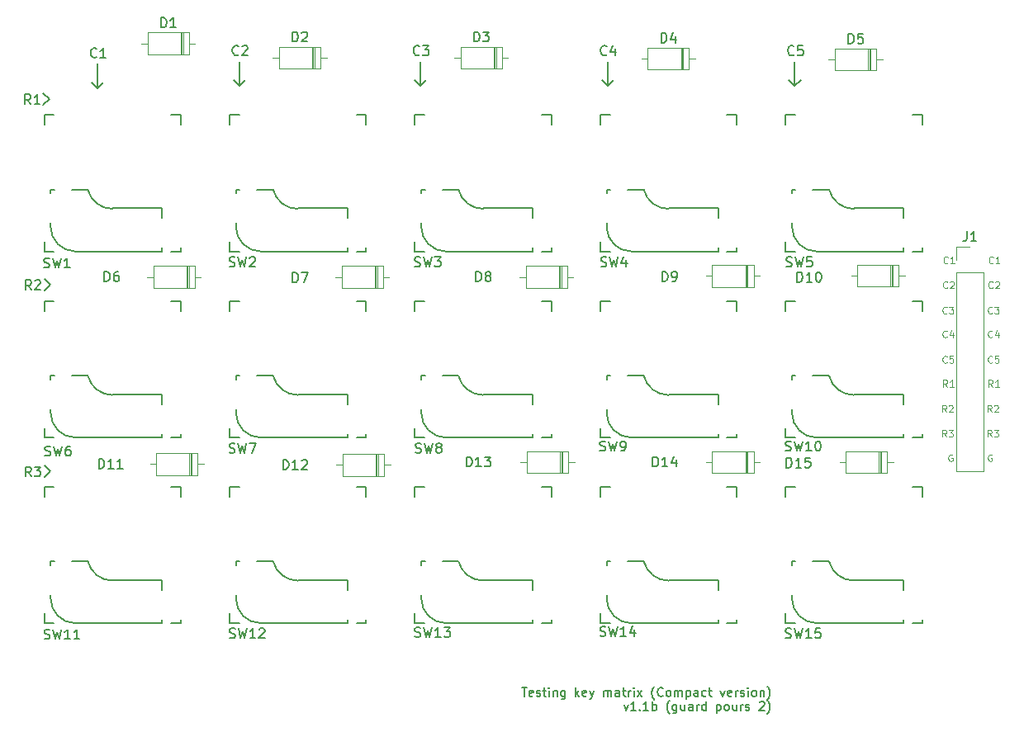
<source format=gto>
G04 #@! TF.GenerationSoftware,KiCad,Pcbnew,9.0.1*
G04 #@! TF.CreationDate,2025-04-27T05:08:37+02:00*
G04 #@! TF.ProjectId,testing-split-kb-3w-guard-pours,74657374-696e-4672-9d73-706c69742d6b,rev?*
G04 #@! TF.SameCoordinates,Original*
G04 #@! TF.FileFunction,Legend,Top*
G04 #@! TF.FilePolarity,Positive*
%FSLAX46Y46*%
G04 Gerber Fmt 4.6, Leading zero omitted, Abs format (unit mm)*
G04 Created by KiCad (PCBNEW 9.0.1) date 2025-04-27 05:08:37*
%MOMM*%
%LPD*%
G01*
G04 APERTURE LIST*
%ADD10C,0.150000*%
%ADD11C,0.100000*%
%ADD12C,0.120000*%
%ADD13C,0.300000*%
%ADD14R,1.600000X1.600000*%
%ADD15O,1.600000X1.600000*%
%ADD16C,4.000000*%
%ADD17C,1.701800*%
%ADD18C,3.000000*%
%ADD19C,3.987800*%
%ADD20R,2.550000X2.500000*%
%ADD21R,1.700000X1.700000*%
%ADD22C,1.700000*%
G04 APERTURE END LIST*
D10*
X140750000Y-37500000D02*
X140750000Y-40000000D01*
X88450000Y-37750000D02*
X88450000Y-40250000D01*
X140750000Y-40000000D02*
X141350000Y-39400000D01*
X140750000Y-40000000D02*
X140150000Y-39400000D01*
X120950000Y-39400000D02*
X121550000Y-40000000D01*
X82900000Y-41950000D02*
X83500000Y-41350000D01*
X83000000Y-80150000D02*
X83600000Y-79550000D01*
X82900000Y-41950000D02*
X83500000Y-41350000D01*
X83500000Y-41350000D02*
X82900000Y-41950000D01*
X83000000Y-61000000D02*
X83600000Y-60400000D01*
X121550000Y-40000000D02*
X122150000Y-39400000D01*
X88450000Y-40250000D02*
X89050000Y-39650000D01*
X83600000Y-79550000D02*
X83000000Y-80150000D01*
X83600000Y-79550000D02*
X83000000Y-78950000D01*
X83500000Y-41350000D02*
X82900000Y-40750000D01*
X83500000Y-41350000D02*
X82900000Y-41950000D01*
X83600000Y-60400000D02*
X83000000Y-59800000D01*
X83600000Y-60400000D02*
X83000000Y-61000000D01*
X87850000Y-39650000D02*
X88450000Y-40250000D01*
X83600000Y-60400000D02*
X83000000Y-61000000D01*
X83500000Y-41350000D02*
X82900000Y-41950000D01*
X159350000Y-39400000D02*
X159950000Y-40000000D01*
X103000000Y-40000000D02*
X103600000Y-39400000D01*
X83600000Y-79550000D02*
X83000000Y-80150000D01*
X159950000Y-40000000D02*
X160550000Y-39400000D01*
X102400000Y-39400000D02*
X103000000Y-40000000D01*
X159950000Y-37500000D02*
X159950000Y-40000000D01*
X103000000Y-37500000D02*
X103000000Y-40000000D01*
X121550000Y-37500000D02*
X121550000Y-40000000D01*
D11*
X180232455Y-60692466D02*
X180199122Y-60725800D01*
X180199122Y-60725800D02*
X180099122Y-60759133D01*
X180099122Y-60759133D02*
X180032455Y-60759133D01*
X180032455Y-60759133D02*
X179932455Y-60725800D01*
X179932455Y-60725800D02*
X179865789Y-60659133D01*
X179865789Y-60659133D02*
X179832455Y-60592466D01*
X179832455Y-60592466D02*
X179799122Y-60459133D01*
X179799122Y-60459133D02*
X179799122Y-60359133D01*
X179799122Y-60359133D02*
X179832455Y-60225800D01*
X179832455Y-60225800D02*
X179865789Y-60159133D01*
X179865789Y-60159133D02*
X179932455Y-60092466D01*
X179932455Y-60092466D02*
X180032455Y-60059133D01*
X180032455Y-60059133D02*
X180099122Y-60059133D01*
X180099122Y-60059133D02*
X180199122Y-60092466D01*
X180199122Y-60092466D02*
X180232455Y-60125800D01*
X180499122Y-60125800D02*
X180532455Y-60092466D01*
X180532455Y-60092466D02*
X180599122Y-60059133D01*
X180599122Y-60059133D02*
X180765789Y-60059133D01*
X180765789Y-60059133D02*
X180832455Y-60092466D01*
X180832455Y-60092466D02*
X180865789Y-60125800D01*
X180865789Y-60125800D02*
X180899122Y-60192466D01*
X180899122Y-60192466D02*
X180899122Y-60259133D01*
X180899122Y-60259133D02*
X180865789Y-60359133D01*
X180865789Y-60359133D02*
X180465789Y-60759133D01*
X180465789Y-60759133D02*
X180899122Y-60759133D01*
D10*
X88358207Y-37024580D02*
X88310588Y-37072200D01*
X88310588Y-37072200D02*
X88167731Y-37119819D01*
X88167731Y-37119819D02*
X88072493Y-37119819D01*
X88072493Y-37119819D02*
X87929636Y-37072200D01*
X87929636Y-37072200D02*
X87834398Y-36976961D01*
X87834398Y-36976961D02*
X87786779Y-36881723D01*
X87786779Y-36881723D02*
X87739160Y-36691247D01*
X87739160Y-36691247D02*
X87739160Y-36548390D01*
X87739160Y-36548390D02*
X87786779Y-36357914D01*
X87786779Y-36357914D02*
X87834398Y-36262676D01*
X87834398Y-36262676D02*
X87929636Y-36167438D01*
X87929636Y-36167438D02*
X88072493Y-36119819D01*
X88072493Y-36119819D02*
X88167731Y-36119819D01*
X88167731Y-36119819D02*
X88310588Y-36167438D01*
X88310588Y-36167438D02*
X88358207Y-36215057D01*
X89310588Y-37119819D02*
X88739160Y-37119819D01*
X89024874Y-37119819D02*
X89024874Y-36119819D01*
X89024874Y-36119819D02*
X88929636Y-36262676D01*
X88929636Y-36262676D02*
X88834398Y-36357914D01*
X88834398Y-36357914D02*
X88739160Y-36405533D01*
X81658207Y-60919819D02*
X81324874Y-60443628D01*
X81086779Y-60919819D02*
X81086779Y-59919819D01*
X81086779Y-59919819D02*
X81467731Y-59919819D01*
X81467731Y-59919819D02*
X81562969Y-59967438D01*
X81562969Y-59967438D02*
X81610588Y-60015057D01*
X81610588Y-60015057D02*
X81658207Y-60110295D01*
X81658207Y-60110295D02*
X81658207Y-60253152D01*
X81658207Y-60253152D02*
X81610588Y-60348390D01*
X81610588Y-60348390D02*
X81562969Y-60396009D01*
X81562969Y-60396009D02*
X81467731Y-60443628D01*
X81467731Y-60443628D02*
X81086779Y-60443628D01*
X82039160Y-60015057D02*
X82086779Y-59967438D01*
X82086779Y-59967438D02*
X82182017Y-59919819D01*
X82182017Y-59919819D02*
X82420112Y-59919819D01*
X82420112Y-59919819D02*
X82515350Y-59967438D01*
X82515350Y-59967438D02*
X82562969Y-60015057D01*
X82562969Y-60015057D02*
X82610588Y-60110295D01*
X82610588Y-60110295D02*
X82610588Y-60205533D01*
X82610588Y-60205533D02*
X82562969Y-60348390D01*
X82562969Y-60348390D02*
X81991541Y-60919819D01*
X81991541Y-60919819D02*
X82610588Y-60919819D01*
X81658207Y-80069819D02*
X81324874Y-79593628D01*
X81086779Y-80069819D02*
X81086779Y-79069819D01*
X81086779Y-79069819D02*
X81467731Y-79069819D01*
X81467731Y-79069819D02*
X81562969Y-79117438D01*
X81562969Y-79117438D02*
X81610588Y-79165057D01*
X81610588Y-79165057D02*
X81658207Y-79260295D01*
X81658207Y-79260295D02*
X81658207Y-79403152D01*
X81658207Y-79403152D02*
X81610588Y-79498390D01*
X81610588Y-79498390D02*
X81562969Y-79546009D01*
X81562969Y-79546009D02*
X81467731Y-79593628D01*
X81467731Y-79593628D02*
X81086779Y-79593628D01*
X81991541Y-79069819D02*
X82610588Y-79069819D01*
X82610588Y-79069819D02*
X82277255Y-79450771D01*
X82277255Y-79450771D02*
X82420112Y-79450771D01*
X82420112Y-79450771D02*
X82515350Y-79498390D01*
X82515350Y-79498390D02*
X82562969Y-79546009D01*
X82562969Y-79546009D02*
X82610588Y-79641247D01*
X82610588Y-79641247D02*
X82610588Y-79879342D01*
X82610588Y-79879342D02*
X82562969Y-79974580D01*
X82562969Y-79974580D02*
X82515350Y-80022200D01*
X82515350Y-80022200D02*
X82420112Y-80069819D01*
X82420112Y-80069819D02*
X82134398Y-80069819D01*
X82134398Y-80069819D02*
X82039160Y-80022200D01*
X82039160Y-80022200D02*
X81991541Y-79974580D01*
X131929887Y-101733107D02*
X132444173Y-101733107D01*
X132187030Y-102633107D02*
X132187030Y-101733107D01*
X133087029Y-102590250D02*
X133001315Y-102633107D01*
X133001315Y-102633107D02*
X132829887Y-102633107D01*
X132829887Y-102633107D02*
X132744172Y-102590250D01*
X132744172Y-102590250D02*
X132701315Y-102504535D01*
X132701315Y-102504535D02*
X132701315Y-102161678D01*
X132701315Y-102161678D02*
X132744172Y-102075964D01*
X132744172Y-102075964D02*
X132829887Y-102033107D01*
X132829887Y-102033107D02*
X133001315Y-102033107D01*
X133001315Y-102033107D02*
X133087029Y-102075964D01*
X133087029Y-102075964D02*
X133129887Y-102161678D01*
X133129887Y-102161678D02*
X133129887Y-102247392D01*
X133129887Y-102247392D02*
X132701315Y-102333107D01*
X133472744Y-102590250D02*
X133558458Y-102633107D01*
X133558458Y-102633107D02*
X133729887Y-102633107D01*
X133729887Y-102633107D02*
X133815601Y-102590250D01*
X133815601Y-102590250D02*
X133858458Y-102504535D01*
X133858458Y-102504535D02*
X133858458Y-102461678D01*
X133858458Y-102461678D02*
X133815601Y-102375964D01*
X133815601Y-102375964D02*
X133729887Y-102333107D01*
X133729887Y-102333107D02*
X133601316Y-102333107D01*
X133601316Y-102333107D02*
X133515601Y-102290250D01*
X133515601Y-102290250D02*
X133472744Y-102204535D01*
X133472744Y-102204535D02*
X133472744Y-102161678D01*
X133472744Y-102161678D02*
X133515601Y-102075964D01*
X133515601Y-102075964D02*
X133601316Y-102033107D01*
X133601316Y-102033107D02*
X133729887Y-102033107D01*
X133729887Y-102033107D02*
X133815601Y-102075964D01*
X134115601Y-102033107D02*
X134458458Y-102033107D01*
X134244172Y-101733107D02*
X134244172Y-102504535D01*
X134244172Y-102504535D02*
X134287029Y-102590250D01*
X134287029Y-102590250D02*
X134372744Y-102633107D01*
X134372744Y-102633107D02*
X134458458Y-102633107D01*
X134758458Y-102633107D02*
X134758458Y-102033107D01*
X134758458Y-101733107D02*
X134715601Y-101775964D01*
X134715601Y-101775964D02*
X134758458Y-101818821D01*
X134758458Y-101818821D02*
X134801315Y-101775964D01*
X134801315Y-101775964D02*
X134758458Y-101733107D01*
X134758458Y-101733107D02*
X134758458Y-101818821D01*
X135187029Y-102033107D02*
X135187029Y-102633107D01*
X135187029Y-102118821D02*
X135229886Y-102075964D01*
X135229886Y-102075964D02*
X135315601Y-102033107D01*
X135315601Y-102033107D02*
X135444172Y-102033107D01*
X135444172Y-102033107D02*
X135529886Y-102075964D01*
X135529886Y-102075964D02*
X135572744Y-102161678D01*
X135572744Y-102161678D02*
X135572744Y-102633107D01*
X136387030Y-102033107D02*
X136387030Y-102761678D01*
X136387030Y-102761678D02*
X136344172Y-102847392D01*
X136344172Y-102847392D02*
X136301315Y-102890250D01*
X136301315Y-102890250D02*
X136215601Y-102933107D01*
X136215601Y-102933107D02*
X136087030Y-102933107D01*
X136087030Y-102933107D02*
X136001315Y-102890250D01*
X136387030Y-102590250D02*
X136301315Y-102633107D01*
X136301315Y-102633107D02*
X136129887Y-102633107D01*
X136129887Y-102633107D02*
X136044172Y-102590250D01*
X136044172Y-102590250D02*
X136001315Y-102547392D01*
X136001315Y-102547392D02*
X135958458Y-102461678D01*
X135958458Y-102461678D02*
X135958458Y-102204535D01*
X135958458Y-102204535D02*
X136001315Y-102118821D01*
X136001315Y-102118821D02*
X136044172Y-102075964D01*
X136044172Y-102075964D02*
X136129887Y-102033107D01*
X136129887Y-102033107D02*
X136301315Y-102033107D01*
X136301315Y-102033107D02*
X136387030Y-102075964D01*
X137501315Y-102633107D02*
X137501315Y-101733107D01*
X137587030Y-102290250D02*
X137844172Y-102633107D01*
X137844172Y-102033107D02*
X137501315Y-102375964D01*
X138572743Y-102590250D02*
X138487029Y-102633107D01*
X138487029Y-102633107D02*
X138315601Y-102633107D01*
X138315601Y-102633107D02*
X138229886Y-102590250D01*
X138229886Y-102590250D02*
X138187029Y-102504535D01*
X138187029Y-102504535D02*
X138187029Y-102161678D01*
X138187029Y-102161678D02*
X138229886Y-102075964D01*
X138229886Y-102075964D02*
X138315601Y-102033107D01*
X138315601Y-102033107D02*
X138487029Y-102033107D01*
X138487029Y-102033107D02*
X138572743Y-102075964D01*
X138572743Y-102075964D02*
X138615601Y-102161678D01*
X138615601Y-102161678D02*
X138615601Y-102247392D01*
X138615601Y-102247392D02*
X138187029Y-102333107D01*
X138915601Y-102033107D02*
X139129887Y-102633107D01*
X139344172Y-102033107D02*
X139129887Y-102633107D01*
X139129887Y-102633107D02*
X139044172Y-102847392D01*
X139044172Y-102847392D02*
X139001315Y-102890250D01*
X139001315Y-102890250D02*
X138915601Y-102933107D01*
X140372743Y-102633107D02*
X140372743Y-102033107D01*
X140372743Y-102118821D02*
X140415600Y-102075964D01*
X140415600Y-102075964D02*
X140501315Y-102033107D01*
X140501315Y-102033107D02*
X140629886Y-102033107D01*
X140629886Y-102033107D02*
X140715600Y-102075964D01*
X140715600Y-102075964D02*
X140758458Y-102161678D01*
X140758458Y-102161678D02*
X140758458Y-102633107D01*
X140758458Y-102161678D02*
X140801315Y-102075964D01*
X140801315Y-102075964D02*
X140887029Y-102033107D01*
X140887029Y-102033107D02*
X141015600Y-102033107D01*
X141015600Y-102033107D02*
X141101315Y-102075964D01*
X141101315Y-102075964D02*
X141144172Y-102161678D01*
X141144172Y-102161678D02*
X141144172Y-102633107D01*
X141958458Y-102633107D02*
X141958458Y-102161678D01*
X141958458Y-102161678D02*
X141915600Y-102075964D01*
X141915600Y-102075964D02*
X141829886Y-102033107D01*
X141829886Y-102033107D02*
X141658458Y-102033107D01*
X141658458Y-102033107D02*
X141572743Y-102075964D01*
X141958458Y-102590250D02*
X141872743Y-102633107D01*
X141872743Y-102633107D02*
X141658458Y-102633107D01*
X141658458Y-102633107D02*
X141572743Y-102590250D01*
X141572743Y-102590250D02*
X141529886Y-102504535D01*
X141529886Y-102504535D02*
X141529886Y-102418821D01*
X141529886Y-102418821D02*
X141572743Y-102333107D01*
X141572743Y-102333107D02*
X141658458Y-102290250D01*
X141658458Y-102290250D02*
X141872743Y-102290250D01*
X141872743Y-102290250D02*
X141958458Y-102247392D01*
X142258458Y-102033107D02*
X142601315Y-102033107D01*
X142387029Y-101733107D02*
X142387029Y-102504535D01*
X142387029Y-102504535D02*
X142429886Y-102590250D01*
X142429886Y-102590250D02*
X142515601Y-102633107D01*
X142515601Y-102633107D02*
X142601315Y-102633107D01*
X142901315Y-102633107D02*
X142901315Y-102033107D01*
X142901315Y-102204535D02*
X142944172Y-102118821D01*
X142944172Y-102118821D02*
X142987030Y-102075964D01*
X142987030Y-102075964D02*
X143072744Y-102033107D01*
X143072744Y-102033107D02*
X143158458Y-102033107D01*
X143458458Y-102633107D02*
X143458458Y-102033107D01*
X143458458Y-101733107D02*
X143415601Y-101775964D01*
X143415601Y-101775964D02*
X143458458Y-101818821D01*
X143458458Y-101818821D02*
X143501315Y-101775964D01*
X143501315Y-101775964D02*
X143458458Y-101733107D01*
X143458458Y-101733107D02*
X143458458Y-101818821D01*
X143801315Y-102633107D02*
X144272744Y-102033107D01*
X143801315Y-102033107D02*
X144272744Y-102633107D01*
X145558457Y-102975964D02*
X145515600Y-102933107D01*
X145515600Y-102933107D02*
X145429886Y-102804535D01*
X145429886Y-102804535D02*
X145387029Y-102718821D01*
X145387029Y-102718821D02*
X145344171Y-102590250D01*
X145344171Y-102590250D02*
X145301314Y-102375964D01*
X145301314Y-102375964D02*
X145301314Y-102204535D01*
X145301314Y-102204535D02*
X145344171Y-101990250D01*
X145344171Y-101990250D02*
X145387029Y-101861678D01*
X145387029Y-101861678D02*
X145429886Y-101775964D01*
X145429886Y-101775964D02*
X145515600Y-101647392D01*
X145515600Y-101647392D02*
X145558457Y-101604535D01*
X146415600Y-102547392D02*
X146372743Y-102590250D01*
X146372743Y-102590250D02*
X146244171Y-102633107D01*
X146244171Y-102633107D02*
X146158457Y-102633107D01*
X146158457Y-102633107D02*
X146029886Y-102590250D01*
X146029886Y-102590250D02*
X145944171Y-102504535D01*
X145944171Y-102504535D02*
X145901314Y-102418821D01*
X145901314Y-102418821D02*
X145858457Y-102247392D01*
X145858457Y-102247392D02*
X145858457Y-102118821D01*
X145858457Y-102118821D02*
X145901314Y-101947392D01*
X145901314Y-101947392D02*
X145944171Y-101861678D01*
X145944171Y-101861678D02*
X146029886Y-101775964D01*
X146029886Y-101775964D02*
X146158457Y-101733107D01*
X146158457Y-101733107D02*
X146244171Y-101733107D01*
X146244171Y-101733107D02*
X146372743Y-101775964D01*
X146372743Y-101775964D02*
X146415600Y-101818821D01*
X146929886Y-102633107D02*
X146844171Y-102590250D01*
X146844171Y-102590250D02*
X146801314Y-102547392D01*
X146801314Y-102547392D02*
X146758457Y-102461678D01*
X146758457Y-102461678D02*
X146758457Y-102204535D01*
X146758457Y-102204535D02*
X146801314Y-102118821D01*
X146801314Y-102118821D02*
X146844171Y-102075964D01*
X146844171Y-102075964D02*
X146929886Y-102033107D01*
X146929886Y-102033107D02*
X147058457Y-102033107D01*
X147058457Y-102033107D02*
X147144171Y-102075964D01*
X147144171Y-102075964D02*
X147187029Y-102118821D01*
X147187029Y-102118821D02*
X147229886Y-102204535D01*
X147229886Y-102204535D02*
X147229886Y-102461678D01*
X147229886Y-102461678D02*
X147187029Y-102547392D01*
X147187029Y-102547392D02*
X147144171Y-102590250D01*
X147144171Y-102590250D02*
X147058457Y-102633107D01*
X147058457Y-102633107D02*
X146929886Y-102633107D01*
X147615600Y-102633107D02*
X147615600Y-102033107D01*
X147615600Y-102118821D02*
X147658457Y-102075964D01*
X147658457Y-102075964D02*
X147744172Y-102033107D01*
X147744172Y-102033107D02*
X147872743Y-102033107D01*
X147872743Y-102033107D02*
X147958457Y-102075964D01*
X147958457Y-102075964D02*
X148001315Y-102161678D01*
X148001315Y-102161678D02*
X148001315Y-102633107D01*
X148001315Y-102161678D02*
X148044172Y-102075964D01*
X148044172Y-102075964D02*
X148129886Y-102033107D01*
X148129886Y-102033107D02*
X148258457Y-102033107D01*
X148258457Y-102033107D02*
X148344172Y-102075964D01*
X148344172Y-102075964D02*
X148387029Y-102161678D01*
X148387029Y-102161678D02*
X148387029Y-102633107D01*
X148815600Y-102033107D02*
X148815600Y-102933107D01*
X148815600Y-102075964D02*
X148901315Y-102033107D01*
X148901315Y-102033107D02*
X149072743Y-102033107D01*
X149072743Y-102033107D02*
X149158457Y-102075964D01*
X149158457Y-102075964D02*
X149201315Y-102118821D01*
X149201315Y-102118821D02*
X149244172Y-102204535D01*
X149244172Y-102204535D02*
X149244172Y-102461678D01*
X149244172Y-102461678D02*
X149201315Y-102547392D01*
X149201315Y-102547392D02*
X149158457Y-102590250D01*
X149158457Y-102590250D02*
X149072743Y-102633107D01*
X149072743Y-102633107D02*
X148901315Y-102633107D01*
X148901315Y-102633107D02*
X148815600Y-102590250D01*
X150015601Y-102633107D02*
X150015601Y-102161678D01*
X150015601Y-102161678D02*
X149972743Y-102075964D01*
X149972743Y-102075964D02*
X149887029Y-102033107D01*
X149887029Y-102033107D02*
X149715601Y-102033107D01*
X149715601Y-102033107D02*
X149629886Y-102075964D01*
X150015601Y-102590250D02*
X149929886Y-102633107D01*
X149929886Y-102633107D02*
X149715601Y-102633107D01*
X149715601Y-102633107D02*
X149629886Y-102590250D01*
X149629886Y-102590250D02*
X149587029Y-102504535D01*
X149587029Y-102504535D02*
X149587029Y-102418821D01*
X149587029Y-102418821D02*
X149629886Y-102333107D01*
X149629886Y-102333107D02*
X149715601Y-102290250D01*
X149715601Y-102290250D02*
X149929886Y-102290250D01*
X149929886Y-102290250D02*
X150015601Y-102247392D01*
X150829887Y-102590250D02*
X150744172Y-102633107D01*
X150744172Y-102633107D02*
X150572744Y-102633107D01*
X150572744Y-102633107D02*
X150487029Y-102590250D01*
X150487029Y-102590250D02*
X150444172Y-102547392D01*
X150444172Y-102547392D02*
X150401315Y-102461678D01*
X150401315Y-102461678D02*
X150401315Y-102204535D01*
X150401315Y-102204535D02*
X150444172Y-102118821D01*
X150444172Y-102118821D02*
X150487029Y-102075964D01*
X150487029Y-102075964D02*
X150572744Y-102033107D01*
X150572744Y-102033107D02*
X150744172Y-102033107D01*
X150744172Y-102033107D02*
X150829887Y-102075964D01*
X151087030Y-102033107D02*
X151429887Y-102033107D01*
X151215601Y-101733107D02*
X151215601Y-102504535D01*
X151215601Y-102504535D02*
X151258458Y-102590250D01*
X151258458Y-102590250D02*
X151344173Y-102633107D01*
X151344173Y-102633107D02*
X151429887Y-102633107D01*
X152329887Y-102033107D02*
X152544173Y-102633107D01*
X152544173Y-102633107D02*
X152758458Y-102033107D01*
X153444172Y-102590250D02*
X153358458Y-102633107D01*
X153358458Y-102633107D02*
X153187030Y-102633107D01*
X153187030Y-102633107D02*
X153101315Y-102590250D01*
X153101315Y-102590250D02*
X153058458Y-102504535D01*
X153058458Y-102504535D02*
X153058458Y-102161678D01*
X153058458Y-102161678D02*
X153101315Y-102075964D01*
X153101315Y-102075964D02*
X153187030Y-102033107D01*
X153187030Y-102033107D02*
X153358458Y-102033107D01*
X153358458Y-102033107D02*
X153444172Y-102075964D01*
X153444172Y-102075964D02*
X153487030Y-102161678D01*
X153487030Y-102161678D02*
X153487030Y-102247392D01*
X153487030Y-102247392D02*
X153058458Y-102333107D01*
X153872744Y-102633107D02*
X153872744Y-102033107D01*
X153872744Y-102204535D02*
X153915601Y-102118821D01*
X153915601Y-102118821D02*
X153958459Y-102075964D01*
X153958459Y-102075964D02*
X154044173Y-102033107D01*
X154044173Y-102033107D02*
X154129887Y-102033107D01*
X154387030Y-102590250D02*
X154472744Y-102633107D01*
X154472744Y-102633107D02*
X154644173Y-102633107D01*
X154644173Y-102633107D02*
X154729887Y-102590250D01*
X154729887Y-102590250D02*
X154772744Y-102504535D01*
X154772744Y-102504535D02*
X154772744Y-102461678D01*
X154772744Y-102461678D02*
X154729887Y-102375964D01*
X154729887Y-102375964D02*
X154644173Y-102333107D01*
X154644173Y-102333107D02*
X154515602Y-102333107D01*
X154515602Y-102333107D02*
X154429887Y-102290250D01*
X154429887Y-102290250D02*
X154387030Y-102204535D01*
X154387030Y-102204535D02*
X154387030Y-102161678D01*
X154387030Y-102161678D02*
X154429887Y-102075964D01*
X154429887Y-102075964D02*
X154515602Y-102033107D01*
X154515602Y-102033107D02*
X154644173Y-102033107D01*
X154644173Y-102033107D02*
X154729887Y-102075964D01*
X155158458Y-102633107D02*
X155158458Y-102033107D01*
X155158458Y-101733107D02*
X155115601Y-101775964D01*
X155115601Y-101775964D02*
X155158458Y-101818821D01*
X155158458Y-101818821D02*
X155201315Y-101775964D01*
X155201315Y-101775964D02*
X155158458Y-101733107D01*
X155158458Y-101733107D02*
X155158458Y-101818821D01*
X155715601Y-102633107D02*
X155629886Y-102590250D01*
X155629886Y-102590250D02*
X155587029Y-102547392D01*
X155587029Y-102547392D02*
X155544172Y-102461678D01*
X155544172Y-102461678D02*
X155544172Y-102204535D01*
X155544172Y-102204535D02*
X155587029Y-102118821D01*
X155587029Y-102118821D02*
X155629886Y-102075964D01*
X155629886Y-102075964D02*
X155715601Y-102033107D01*
X155715601Y-102033107D02*
X155844172Y-102033107D01*
X155844172Y-102033107D02*
X155929886Y-102075964D01*
X155929886Y-102075964D02*
X155972744Y-102118821D01*
X155972744Y-102118821D02*
X156015601Y-102204535D01*
X156015601Y-102204535D02*
X156015601Y-102461678D01*
X156015601Y-102461678D02*
X155972744Y-102547392D01*
X155972744Y-102547392D02*
X155929886Y-102590250D01*
X155929886Y-102590250D02*
X155844172Y-102633107D01*
X155844172Y-102633107D02*
X155715601Y-102633107D01*
X156401315Y-102033107D02*
X156401315Y-102633107D01*
X156401315Y-102118821D02*
X156444172Y-102075964D01*
X156444172Y-102075964D02*
X156529887Y-102033107D01*
X156529887Y-102033107D02*
X156658458Y-102033107D01*
X156658458Y-102033107D02*
X156744172Y-102075964D01*
X156744172Y-102075964D02*
X156787030Y-102161678D01*
X156787030Y-102161678D02*
X156787030Y-102633107D01*
X157129887Y-102975964D02*
X157172744Y-102933107D01*
X157172744Y-102933107D02*
X157258458Y-102804535D01*
X157258458Y-102804535D02*
X157301316Y-102718821D01*
X157301316Y-102718821D02*
X157344173Y-102590250D01*
X157344173Y-102590250D02*
X157387030Y-102375964D01*
X157387030Y-102375964D02*
X157387030Y-102204535D01*
X157387030Y-102204535D02*
X157344173Y-101990250D01*
X157344173Y-101990250D02*
X157301316Y-101861678D01*
X157301316Y-101861678D02*
X157258458Y-101775964D01*
X157258458Y-101775964D02*
X157172744Y-101647392D01*
X157172744Y-101647392D02*
X157129887Y-101604535D01*
X142429886Y-103482057D02*
X142644172Y-104082057D01*
X142644172Y-104082057D02*
X142858457Y-103482057D01*
X143672743Y-104082057D02*
X143158457Y-104082057D01*
X143415600Y-104082057D02*
X143415600Y-103182057D01*
X143415600Y-103182057D02*
X143329886Y-103310628D01*
X143329886Y-103310628D02*
X143244171Y-103396342D01*
X143244171Y-103396342D02*
X143158457Y-103439200D01*
X144058457Y-103996342D02*
X144101314Y-104039200D01*
X144101314Y-104039200D02*
X144058457Y-104082057D01*
X144058457Y-104082057D02*
X144015600Y-104039200D01*
X144015600Y-104039200D02*
X144058457Y-103996342D01*
X144058457Y-103996342D02*
X144058457Y-104082057D01*
X144958457Y-104082057D02*
X144444171Y-104082057D01*
X144701314Y-104082057D02*
X144701314Y-103182057D01*
X144701314Y-103182057D02*
X144615600Y-103310628D01*
X144615600Y-103310628D02*
X144529885Y-103396342D01*
X144529885Y-103396342D02*
X144444171Y-103439200D01*
X145344171Y-104082057D02*
X145344171Y-103182057D01*
X145344171Y-103524914D02*
X145429886Y-103482057D01*
X145429886Y-103482057D02*
X145601314Y-103482057D01*
X145601314Y-103482057D02*
X145687028Y-103524914D01*
X145687028Y-103524914D02*
X145729886Y-103567771D01*
X145729886Y-103567771D02*
X145772743Y-103653485D01*
X145772743Y-103653485D02*
X145772743Y-103910628D01*
X145772743Y-103910628D02*
X145729886Y-103996342D01*
X145729886Y-103996342D02*
X145687028Y-104039200D01*
X145687028Y-104039200D02*
X145601314Y-104082057D01*
X145601314Y-104082057D02*
X145429886Y-104082057D01*
X145429886Y-104082057D02*
X145344171Y-104039200D01*
X147101314Y-104424914D02*
X147058457Y-104382057D01*
X147058457Y-104382057D02*
X146972743Y-104253485D01*
X146972743Y-104253485D02*
X146929886Y-104167771D01*
X146929886Y-104167771D02*
X146887028Y-104039200D01*
X146887028Y-104039200D02*
X146844171Y-103824914D01*
X146844171Y-103824914D02*
X146844171Y-103653485D01*
X146844171Y-103653485D02*
X146887028Y-103439200D01*
X146887028Y-103439200D02*
X146929886Y-103310628D01*
X146929886Y-103310628D02*
X146972743Y-103224914D01*
X146972743Y-103224914D02*
X147058457Y-103096342D01*
X147058457Y-103096342D02*
X147101314Y-103053485D01*
X147829886Y-103482057D02*
X147829886Y-104210628D01*
X147829886Y-104210628D02*
X147787028Y-104296342D01*
X147787028Y-104296342D02*
X147744171Y-104339200D01*
X147744171Y-104339200D02*
X147658457Y-104382057D01*
X147658457Y-104382057D02*
X147529886Y-104382057D01*
X147529886Y-104382057D02*
X147444171Y-104339200D01*
X147829886Y-104039200D02*
X147744171Y-104082057D01*
X147744171Y-104082057D02*
X147572743Y-104082057D01*
X147572743Y-104082057D02*
X147487028Y-104039200D01*
X147487028Y-104039200D02*
X147444171Y-103996342D01*
X147444171Y-103996342D02*
X147401314Y-103910628D01*
X147401314Y-103910628D02*
X147401314Y-103653485D01*
X147401314Y-103653485D02*
X147444171Y-103567771D01*
X147444171Y-103567771D02*
X147487028Y-103524914D01*
X147487028Y-103524914D02*
X147572743Y-103482057D01*
X147572743Y-103482057D02*
X147744171Y-103482057D01*
X147744171Y-103482057D02*
X147829886Y-103524914D01*
X148644172Y-103482057D02*
X148644172Y-104082057D01*
X148258457Y-103482057D02*
X148258457Y-103953485D01*
X148258457Y-103953485D02*
X148301314Y-104039200D01*
X148301314Y-104039200D02*
X148387029Y-104082057D01*
X148387029Y-104082057D02*
X148515600Y-104082057D01*
X148515600Y-104082057D02*
X148601314Y-104039200D01*
X148601314Y-104039200D02*
X148644172Y-103996342D01*
X149458458Y-104082057D02*
X149458458Y-103610628D01*
X149458458Y-103610628D02*
X149415600Y-103524914D01*
X149415600Y-103524914D02*
X149329886Y-103482057D01*
X149329886Y-103482057D02*
X149158458Y-103482057D01*
X149158458Y-103482057D02*
X149072743Y-103524914D01*
X149458458Y-104039200D02*
X149372743Y-104082057D01*
X149372743Y-104082057D02*
X149158458Y-104082057D01*
X149158458Y-104082057D02*
X149072743Y-104039200D01*
X149072743Y-104039200D02*
X149029886Y-103953485D01*
X149029886Y-103953485D02*
X149029886Y-103867771D01*
X149029886Y-103867771D02*
X149072743Y-103782057D01*
X149072743Y-103782057D02*
X149158458Y-103739200D01*
X149158458Y-103739200D02*
X149372743Y-103739200D01*
X149372743Y-103739200D02*
X149458458Y-103696342D01*
X149887029Y-104082057D02*
X149887029Y-103482057D01*
X149887029Y-103653485D02*
X149929886Y-103567771D01*
X149929886Y-103567771D02*
X149972744Y-103524914D01*
X149972744Y-103524914D02*
X150058458Y-103482057D01*
X150058458Y-103482057D02*
X150144172Y-103482057D01*
X150829887Y-104082057D02*
X150829887Y-103182057D01*
X150829887Y-104039200D02*
X150744172Y-104082057D01*
X150744172Y-104082057D02*
X150572744Y-104082057D01*
X150572744Y-104082057D02*
X150487029Y-104039200D01*
X150487029Y-104039200D02*
X150444172Y-103996342D01*
X150444172Y-103996342D02*
X150401315Y-103910628D01*
X150401315Y-103910628D02*
X150401315Y-103653485D01*
X150401315Y-103653485D02*
X150444172Y-103567771D01*
X150444172Y-103567771D02*
X150487029Y-103524914D01*
X150487029Y-103524914D02*
X150572744Y-103482057D01*
X150572744Y-103482057D02*
X150744172Y-103482057D01*
X150744172Y-103482057D02*
X150829887Y-103524914D01*
X151944172Y-103482057D02*
X151944172Y-104382057D01*
X151944172Y-103524914D02*
X152029887Y-103482057D01*
X152029887Y-103482057D02*
X152201315Y-103482057D01*
X152201315Y-103482057D02*
X152287029Y-103524914D01*
X152287029Y-103524914D02*
X152329887Y-103567771D01*
X152329887Y-103567771D02*
X152372744Y-103653485D01*
X152372744Y-103653485D02*
X152372744Y-103910628D01*
X152372744Y-103910628D02*
X152329887Y-103996342D01*
X152329887Y-103996342D02*
X152287029Y-104039200D01*
X152287029Y-104039200D02*
X152201315Y-104082057D01*
X152201315Y-104082057D02*
X152029887Y-104082057D01*
X152029887Y-104082057D02*
X151944172Y-104039200D01*
X152887030Y-104082057D02*
X152801315Y-104039200D01*
X152801315Y-104039200D02*
X152758458Y-103996342D01*
X152758458Y-103996342D02*
X152715601Y-103910628D01*
X152715601Y-103910628D02*
X152715601Y-103653485D01*
X152715601Y-103653485D02*
X152758458Y-103567771D01*
X152758458Y-103567771D02*
X152801315Y-103524914D01*
X152801315Y-103524914D02*
X152887030Y-103482057D01*
X152887030Y-103482057D02*
X153015601Y-103482057D01*
X153015601Y-103482057D02*
X153101315Y-103524914D01*
X153101315Y-103524914D02*
X153144173Y-103567771D01*
X153144173Y-103567771D02*
X153187030Y-103653485D01*
X153187030Y-103653485D02*
X153187030Y-103910628D01*
X153187030Y-103910628D02*
X153144173Y-103996342D01*
X153144173Y-103996342D02*
X153101315Y-104039200D01*
X153101315Y-104039200D02*
X153015601Y-104082057D01*
X153015601Y-104082057D02*
X152887030Y-104082057D01*
X153958459Y-103482057D02*
X153958459Y-104082057D01*
X153572744Y-103482057D02*
X153572744Y-103953485D01*
X153572744Y-103953485D02*
X153615601Y-104039200D01*
X153615601Y-104039200D02*
X153701316Y-104082057D01*
X153701316Y-104082057D02*
X153829887Y-104082057D01*
X153829887Y-104082057D02*
X153915601Y-104039200D01*
X153915601Y-104039200D02*
X153958459Y-103996342D01*
X154387030Y-104082057D02*
X154387030Y-103482057D01*
X154387030Y-103653485D02*
X154429887Y-103567771D01*
X154429887Y-103567771D02*
X154472745Y-103524914D01*
X154472745Y-103524914D02*
X154558459Y-103482057D01*
X154558459Y-103482057D02*
X154644173Y-103482057D01*
X154901316Y-104039200D02*
X154987030Y-104082057D01*
X154987030Y-104082057D02*
X155158459Y-104082057D01*
X155158459Y-104082057D02*
X155244173Y-104039200D01*
X155244173Y-104039200D02*
X155287030Y-103953485D01*
X155287030Y-103953485D02*
X155287030Y-103910628D01*
X155287030Y-103910628D02*
X155244173Y-103824914D01*
X155244173Y-103824914D02*
X155158459Y-103782057D01*
X155158459Y-103782057D02*
X155029888Y-103782057D01*
X155029888Y-103782057D02*
X154944173Y-103739200D01*
X154944173Y-103739200D02*
X154901316Y-103653485D01*
X154901316Y-103653485D02*
X154901316Y-103610628D01*
X154901316Y-103610628D02*
X154944173Y-103524914D01*
X154944173Y-103524914D02*
X155029888Y-103482057D01*
X155029888Y-103482057D02*
X155158459Y-103482057D01*
X155158459Y-103482057D02*
X155244173Y-103524914D01*
X156315601Y-103267771D02*
X156358458Y-103224914D01*
X156358458Y-103224914D02*
X156444173Y-103182057D01*
X156444173Y-103182057D02*
X156658458Y-103182057D01*
X156658458Y-103182057D02*
X156744173Y-103224914D01*
X156744173Y-103224914D02*
X156787030Y-103267771D01*
X156787030Y-103267771D02*
X156829887Y-103353485D01*
X156829887Y-103353485D02*
X156829887Y-103439200D01*
X156829887Y-103439200D02*
X156787030Y-103567771D01*
X156787030Y-103567771D02*
X156272744Y-104082057D01*
X156272744Y-104082057D02*
X156829887Y-104082057D01*
X157129887Y-104424914D02*
X157172744Y-104382057D01*
X157172744Y-104382057D02*
X157258458Y-104253485D01*
X157258458Y-104253485D02*
X157301316Y-104167771D01*
X157301316Y-104167771D02*
X157344173Y-104039200D01*
X157344173Y-104039200D02*
X157387030Y-103824914D01*
X157387030Y-103824914D02*
X157387030Y-103653485D01*
X157387030Y-103653485D02*
X157344173Y-103439200D01*
X157344173Y-103439200D02*
X157301316Y-103310628D01*
X157301316Y-103310628D02*
X157258458Y-103224914D01*
X157258458Y-103224914D02*
X157172744Y-103096342D01*
X157172744Y-103096342D02*
X157129887Y-103053485D01*
D11*
X175582455Y-60692466D02*
X175549122Y-60725800D01*
X175549122Y-60725800D02*
X175449122Y-60759133D01*
X175449122Y-60759133D02*
X175382455Y-60759133D01*
X175382455Y-60759133D02*
X175282455Y-60725800D01*
X175282455Y-60725800D02*
X175215789Y-60659133D01*
X175215789Y-60659133D02*
X175182455Y-60592466D01*
X175182455Y-60592466D02*
X175149122Y-60459133D01*
X175149122Y-60459133D02*
X175149122Y-60359133D01*
X175149122Y-60359133D02*
X175182455Y-60225800D01*
X175182455Y-60225800D02*
X175215789Y-60159133D01*
X175215789Y-60159133D02*
X175282455Y-60092466D01*
X175282455Y-60092466D02*
X175382455Y-60059133D01*
X175382455Y-60059133D02*
X175449122Y-60059133D01*
X175449122Y-60059133D02*
X175549122Y-60092466D01*
X175549122Y-60092466D02*
X175582455Y-60125800D01*
X175849122Y-60125800D02*
X175882455Y-60092466D01*
X175882455Y-60092466D02*
X175949122Y-60059133D01*
X175949122Y-60059133D02*
X176115789Y-60059133D01*
X176115789Y-60059133D02*
X176182455Y-60092466D01*
X176182455Y-60092466D02*
X176215789Y-60125800D01*
X176215789Y-60125800D02*
X176249122Y-60192466D01*
X176249122Y-60192466D02*
X176249122Y-60259133D01*
X176249122Y-60259133D02*
X176215789Y-60359133D01*
X176215789Y-60359133D02*
X175815789Y-60759133D01*
X175815789Y-60759133D02*
X176249122Y-60759133D01*
X180182455Y-68342466D02*
X180149122Y-68375800D01*
X180149122Y-68375800D02*
X180049122Y-68409133D01*
X180049122Y-68409133D02*
X179982455Y-68409133D01*
X179982455Y-68409133D02*
X179882455Y-68375800D01*
X179882455Y-68375800D02*
X179815789Y-68309133D01*
X179815789Y-68309133D02*
X179782455Y-68242466D01*
X179782455Y-68242466D02*
X179749122Y-68109133D01*
X179749122Y-68109133D02*
X179749122Y-68009133D01*
X179749122Y-68009133D02*
X179782455Y-67875800D01*
X179782455Y-67875800D02*
X179815789Y-67809133D01*
X179815789Y-67809133D02*
X179882455Y-67742466D01*
X179882455Y-67742466D02*
X179982455Y-67709133D01*
X179982455Y-67709133D02*
X180049122Y-67709133D01*
X180049122Y-67709133D02*
X180149122Y-67742466D01*
X180149122Y-67742466D02*
X180182455Y-67775800D01*
X180815789Y-67709133D02*
X180482455Y-67709133D01*
X180482455Y-67709133D02*
X180449122Y-68042466D01*
X180449122Y-68042466D02*
X180482455Y-68009133D01*
X180482455Y-68009133D02*
X180549122Y-67975800D01*
X180549122Y-67975800D02*
X180715789Y-67975800D01*
X180715789Y-67975800D02*
X180782455Y-68009133D01*
X180782455Y-68009133D02*
X180815789Y-68042466D01*
X180815789Y-68042466D02*
X180849122Y-68109133D01*
X180849122Y-68109133D02*
X180849122Y-68275800D01*
X180849122Y-68275800D02*
X180815789Y-68342466D01*
X180815789Y-68342466D02*
X180782455Y-68375800D01*
X180782455Y-68375800D02*
X180715789Y-68409133D01*
X180715789Y-68409133D02*
X180549122Y-68409133D01*
X180549122Y-68409133D02*
X180482455Y-68375800D01*
X180482455Y-68375800D02*
X180449122Y-68342466D01*
D10*
X81608207Y-41869819D02*
X81274874Y-41393628D01*
X81036779Y-41869819D02*
X81036779Y-40869819D01*
X81036779Y-40869819D02*
X81417731Y-40869819D01*
X81417731Y-40869819D02*
X81512969Y-40917438D01*
X81512969Y-40917438D02*
X81560588Y-40965057D01*
X81560588Y-40965057D02*
X81608207Y-41060295D01*
X81608207Y-41060295D02*
X81608207Y-41203152D01*
X81608207Y-41203152D02*
X81560588Y-41298390D01*
X81560588Y-41298390D02*
X81512969Y-41346009D01*
X81512969Y-41346009D02*
X81417731Y-41393628D01*
X81417731Y-41393628D02*
X81036779Y-41393628D01*
X82560588Y-41869819D02*
X81989160Y-41869819D01*
X82274874Y-41869819D02*
X82274874Y-40869819D01*
X82274874Y-40869819D02*
X82179636Y-41012676D01*
X82179636Y-41012676D02*
X82084398Y-41107914D01*
X82084398Y-41107914D02*
X81989160Y-41155533D01*
D11*
X175482455Y-73459133D02*
X175249122Y-73125800D01*
X175082455Y-73459133D02*
X175082455Y-72759133D01*
X175082455Y-72759133D02*
X175349122Y-72759133D01*
X175349122Y-72759133D02*
X175415789Y-72792466D01*
X175415789Y-72792466D02*
X175449122Y-72825800D01*
X175449122Y-72825800D02*
X175482455Y-72892466D01*
X175482455Y-72892466D02*
X175482455Y-72992466D01*
X175482455Y-72992466D02*
X175449122Y-73059133D01*
X175449122Y-73059133D02*
X175415789Y-73092466D01*
X175415789Y-73092466D02*
X175349122Y-73125800D01*
X175349122Y-73125800D02*
X175082455Y-73125800D01*
X175749122Y-72825800D02*
X175782455Y-72792466D01*
X175782455Y-72792466D02*
X175849122Y-72759133D01*
X175849122Y-72759133D02*
X176015789Y-72759133D01*
X176015789Y-72759133D02*
X176082455Y-72792466D01*
X176082455Y-72792466D02*
X176115789Y-72825800D01*
X176115789Y-72825800D02*
X176149122Y-72892466D01*
X176149122Y-72892466D02*
X176149122Y-72959133D01*
X176149122Y-72959133D02*
X176115789Y-73059133D01*
X176115789Y-73059133D02*
X175715789Y-73459133D01*
X175715789Y-73459133D02*
X176149122Y-73459133D01*
X175482455Y-76009133D02*
X175249122Y-75675800D01*
X175082455Y-76009133D02*
X175082455Y-75309133D01*
X175082455Y-75309133D02*
X175349122Y-75309133D01*
X175349122Y-75309133D02*
X175415789Y-75342466D01*
X175415789Y-75342466D02*
X175449122Y-75375800D01*
X175449122Y-75375800D02*
X175482455Y-75442466D01*
X175482455Y-75442466D02*
X175482455Y-75542466D01*
X175482455Y-75542466D02*
X175449122Y-75609133D01*
X175449122Y-75609133D02*
X175415789Y-75642466D01*
X175415789Y-75642466D02*
X175349122Y-75675800D01*
X175349122Y-75675800D02*
X175082455Y-75675800D01*
X175715789Y-75309133D02*
X176149122Y-75309133D01*
X176149122Y-75309133D02*
X175915789Y-75575800D01*
X175915789Y-75575800D02*
X176015789Y-75575800D01*
X176015789Y-75575800D02*
X176082455Y-75609133D01*
X176082455Y-75609133D02*
X176115789Y-75642466D01*
X176115789Y-75642466D02*
X176149122Y-75709133D01*
X176149122Y-75709133D02*
X176149122Y-75875800D01*
X176149122Y-75875800D02*
X176115789Y-75942466D01*
X176115789Y-75942466D02*
X176082455Y-75975800D01*
X176082455Y-75975800D02*
X176015789Y-76009133D01*
X176015789Y-76009133D02*
X175815789Y-76009133D01*
X175815789Y-76009133D02*
X175749122Y-75975800D01*
X175749122Y-75975800D02*
X175715789Y-75942466D01*
D10*
X121458207Y-36774580D02*
X121410588Y-36822200D01*
X121410588Y-36822200D02*
X121267731Y-36869819D01*
X121267731Y-36869819D02*
X121172493Y-36869819D01*
X121172493Y-36869819D02*
X121029636Y-36822200D01*
X121029636Y-36822200D02*
X120934398Y-36726961D01*
X120934398Y-36726961D02*
X120886779Y-36631723D01*
X120886779Y-36631723D02*
X120839160Y-36441247D01*
X120839160Y-36441247D02*
X120839160Y-36298390D01*
X120839160Y-36298390D02*
X120886779Y-36107914D01*
X120886779Y-36107914D02*
X120934398Y-36012676D01*
X120934398Y-36012676D02*
X121029636Y-35917438D01*
X121029636Y-35917438D02*
X121172493Y-35869819D01*
X121172493Y-35869819D02*
X121267731Y-35869819D01*
X121267731Y-35869819D02*
X121410588Y-35917438D01*
X121410588Y-35917438D02*
X121458207Y-35965057D01*
X121791541Y-35869819D02*
X122410588Y-35869819D01*
X122410588Y-35869819D02*
X122077255Y-36250771D01*
X122077255Y-36250771D02*
X122220112Y-36250771D01*
X122220112Y-36250771D02*
X122315350Y-36298390D01*
X122315350Y-36298390D02*
X122362969Y-36346009D01*
X122362969Y-36346009D02*
X122410588Y-36441247D01*
X122410588Y-36441247D02*
X122410588Y-36679342D01*
X122410588Y-36679342D02*
X122362969Y-36774580D01*
X122362969Y-36774580D02*
X122315350Y-36822200D01*
X122315350Y-36822200D02*
X122220112Y-36869819D01*
X122220112Y-36869819D02*
X121934398Y-36869819D01*
X121934398Y-36869819D02*
X121839160Y-36822200D01*
X121839160Y-36822200D02*
X121791541Y-36774580D01*
D11*
X180232455Y-70859133D02*
X179999122Y-70525800D01*
X179832455Y-70859133D02*
X179832455Y-70159133D01*
X179832455Y-70159133D02*
X180099122Y-70159133D01*
X180099122Y-70159133D02*
X180165789Y-70192466D01*
X180165789Y-70192466D02*
X180199122Y-70225800D01*
X180199122Y-70225800D02*
X180232455Y-70292466D01*
X180232455Y-70292466D02*
X180232455Y-70392466D01*
X180232455Y-70392466D02*
X180199122Y-70459133D01*
X180199122Y-70459133D02*
X180165789Y-70492466D01*
X180165789Y-70492466D02*
X180099122Y-70525800D01*
X180099122Y-70525800D02*
X179832455Y-70525800D01*
X180899122Y-70859133D02*
X180499122Y-70859133D01*
X180699122Y-70859133D02*
X180699122Y-70159133D01*
X180699122Y-70159133D02*
X180632455Y-70259133D01*
X180632455Y-70259133D02*
X180565789Y-70325800D01*
X180565789Y-70325800D02*
X180499122Y-70359133D01*
X175632455Y-58142466D02*
X175599122Y-58175800D01*
X175599122Y-58175800D02*
X175499122Y-58209133D01*
X175499122Y-58209133D02*
X175432455Y-58209133D01*
X175432455Y-58209133D02*
X175332455Y-58175800D01*
X175332455Y-58175800D02*
X175265789Y-58109133D01*
X175265789Y-58109133D02*
X175232455Y-58042466D01*
X175232455Y-58042466D02*
X175199122Y-57909133D01*
X175199122Y-57909133D02*
X175199122Y-57809133D01*
X175199122Y-57809133D02*
X175232455Y-57675800D01*
X175232455Y-57675800D02*
X175265789Y-57609133D01*
X175265789Y-57609133D02*
X175332455Y-57542466D01*
X175332455Y-57542466D02*
X175432455Y-57509133D01*
X175432455Y-57509133D02*
X175499122Y-57509133D01*
X175499122Y-57509133D02*
X175599122Y-57542466D01*
X175599122Y-57542466D02*
X175632455Y-57575800D01*
X176299122Y-58209133D02*
X175899122Y-58209133D01*
X176099122Y-58209133D02*
X176099122Y-57509133D01*
X176099122Y-57509133D02*
X176032455Y-57609133D01*
X176032455Y-57609133D02*
X175965789Y-57675800D01*
X175965789Y-57675800D02*
X175899122Y-57709133D01*
D10*
X159858207Y-36774580D02*
X159810588Y-36822200D01*
X159810588Y-36822200D02*
X159667731Y-36869819D01*
X159667731Y-36869819D02*
X159572493Y-36869819D01*
X159572493Y-36869819D02*
X159429636Y-36822200D01*
X159429636Y-36822200D02*
X159334398Y-36726961D01*
X159334398Y-36726961D02*
X159286779Y-36631723D01*
X159286779Y-36631723D02*
X159239160Y-36441247D01*
X159239160Y-36441247D02*
X159239160Y-36298390D01*
X159239160Y-36298390D02*
X159286779Y-36107914D01*
X159286779Y-36107914D02*
X159334398Y-36012676D01*
X159334398Y-36012676D02*
X159429636Y-35917438D01*
X159429636Y-35917438D02*
X159572493Y-35869819D01*
X159572493Y-35869819D02*
X159667731Y-35869819D01*
X159667731Y-35869819D02*
X159810588Y-35917438D01*
X159810588Y-35917438D02*
X159858207Y-35965057D01*
X160762969Y-35869819D02*
X160286779Y-35869819D01*
X160286779Y-35869819D02*
X160239160Y-36346009D01*
X160239160Y-36346009D02*
X160286779Y-36298390D01*
X160286779Y-36298390D02*
X160382017Y-36250771D01*
X160382017Y-36250771D02*
X160620112Y-36250771D01*
X160620112Y-36250771D02*
X160715350Y-36298390D01*
X160715350Y-36298390D02*
X160762969Y-36346009D01*
X160762969Y-36346009D02*
X160810588Y-36441247D01*
X160810588Y-36441247D02*
X160810588Y-36679342D01*
X160810588Y-36679342D02*
X160762969Y-36774580D01*
X160762969Y-36774580D02*
X160715350Y-36822200D01*
X160715350Y-36822200D02*
X160620112Y-36869819D01*
X160620112Y-36869819D02*
X160382017Y-36869819D01*
X160382017Y-36869819D02*
X160286779Y-36822200D01*
X160286779Y-36822200D02*
X160239160Y-36774580D01*
D11*
X180182455Y-63292466D02*
X180149122Y-63325800D01*
X180149122Y-63325800D02*
X180049122Y-63359133D01*
X180049122Y-63359133D02*
X179982455Y-63359133D01*
X179982455Y-63359133D02*
X179882455Y-63325800D01*
X179882455Y-63325800D02*
X179815789Y-63259133D01*
X179815789Y-63259133D02*
X179782455Y-63192466D01*
X179782455Y-63192466D02*
X179749122Y-63059133D01*
X179749122Y-63059133D02*
X179749122Y-62959133D01*
X179749122Y-62959133D02*
X179782455Y-62825800D01*
X179782455Y-62825800D02*
X179815789Y-62759133D01*
X179815789Y-62759133D02*
X179882455Y-62692466D01*
X179882455Y-62692466D02*
X179982455Y-62659133D01*
X179982455Y-62659133D02*
X180049122Y-62659133D01*
X180049122Y-62659133D02*
X180149122Y-62692466D01*
X180149122Y-62692466D02*
X180182455Y-62725800D01*
X180415789Y-62659133D02*
X180849122Y-62659133D01*
X180849122Y-62659133D02*
X180615789Y-62925800D01*
X180615789Y-62925800D02*
X180715789Y-62925800D01*
X180715789Y-62925800D02*
X180782455Y-62959133D01*
X180782455Y-62959133D02*
X180815789Y-62992466D01*
X180815789Y-62992466D02*
X180849122Y-63059133D01*
X180849122Y-63059133D02*
X180849122Y-63225800D01*
X180849122Y-63225800D02*
X180815789Y-63292466D01*
X180815789Y-63292466D02*
X180782455Y-63325800D01*
X180782455Y-63325800D02*
X180715789Y-63359133D01*
X180715789Y-63359133D02*
X180515789Y-63359133D01*
X180515789Y-63359133D02*
X180449122Y-63325800D01*
X180449122Y-63325800D02*
X180415789Y-63292466D01*
X180282455Y-58142466D02*
X180249122Y-58175800D01*
X180249122Y-58175800D02*
X180149122Y-58209133D01*
X180149122Y-58209133D02*
X180082455Y-58209133D01*
X180082455Y-58209133D02*
X179982455Y-58175800D01*
X179982455Y-58175800D02*
X179915789Y-58109133D01*
X179915789Y-58109133D02*
X179882455Y-58042466D01*
X179882455Y-58042466D02*
X179849122Y-57909133D01*
X179849122Y-57909133D02*
X179849122Y-57809133D01*
X179849122Y-57809133D02*
X179882455Y-57675800D01*
X179882455Y-57675800D02*
X179915789Y-57609133D01*
X179915789Y-57609133D02*
X179982455Y-57542466D01*
X179982455Y-57542466D02*
X180082455Y-57509133D01*
X180082455Y-57509133D02*
X180149122Y-57509133D01*
X180149122Y-57509133D02*
X180249122Y-57542466D01*
X180249122Y-57542466D02*
X180282455Y-57575800D01*
X180949122Y-58209133D02*
X180549122Y-58209133D01*
X180749122Y-58209133D02*
X180749122Y-57509133D01*
X180749122Y-57509133D02*
X180682455Y-57609133D01*
X180682455Y-57609133D02*
X180615789Y-57675800D01*
X180615789Y-57675800D02*
X180549122Y-57709133D01*
X175532455Y-63292466D02*
X175499122Y-63325800D01*
X175499122Y-63325800D02*
X175399122Y-63359133D01*
X175399122Y-63359133D02*
X175332455Y-63359133D01*
X175332455Y-63359133D02*
X175232455Y-63325800D01*
X175232455Y-63325800D02*
X175165789Y-63259133D01*
X175165789Y-63259133D02*
X175132455Y-63192466D01*
X175132455Y-63192466D02*
X175099122Y-63059133D01*
X175099122Y-63059133D02*
X175099122Y-62959133D01*
X175099122Y-62959133D02*
X175132455Y-62825800D01*
X175132455Y-62825800D02*
X175165789Y-62759133D01*
X175165789Y-62759133D02*
X175232455Y-62692466D01*
X175232455Y-62692466D02*
X175332455Y-62659133D01*
X175332455Y-62659133D02*
X175399122Y-62659133D01*
X175399122Y-62659133D02*
X175499122Y-62692466D01*
X175499122Y-62692466D02*
X175532455Y-62725800D01*
X175765789Y-62659133D02*
X176199122Y-62659133D01*
X176199122Y-62659133D02*
X175965789Y-62925800D01*
X175965789Y-62925800D02*
X176065789Y-62925800D01*
X176065789Y-62925800D02*
X176132455Y-62959133D01*
X176132455Y-62959133D02*
X176165789Y-62992466D01*
X176165789Y-62992466D02*
X176199122Y-63059133D01*
X176199122Y-63059133D02*
X176199122Y-63225800D01*
X176199122Y-63225800D02*
X176165789Y-63292466D01*
X176165789Y-63292466D02*
X176132455Y-63325800D01*
X176132455Y-63325800D02*
X176065789Y-63359133D01*
X176065789Y-63359133D02*
X175865789Y-63359133D01*
X175865789Y-63359133D02*
X175799122Y-63325800D01*
X175799122Y-63325800D02*
X175765789Y-63292466D01*
X175532455Y-65742466D02*
X175499122Y-65775800D01*
X175499122Y-65775800D02*
X175399122Y-65809133D01*
X175399122Y-65809133D02*
X175332455Y-65809133D01*
X175332455Y-65809133D02*
X175232455Y-65775800D01*
X175232455Y-65775800D02*
X175165789Y-65709133D01*
X175165789Y-65709133D02*
X175132455Y-65642466D01*
X175132455Y-65642466D02*
X175099122Y-65509133D01*
X175099122Y-65509133D02*
X175099122Y-65409133D01*
X175099122Y-65409133D02*
X175132455Y-65275800D01*
X175132455Y-65275800D02*
X175165789Y-65209133D01*
X175165789Y-65209133D02*
X175232455Y-65142466D01*
X175232455Y-65142466D02*
X175332455Y-65109133D01*
X175332455Y-65109133D02*
X175399122Y-65109133D01*
X175399122Y-65109133D02*
X175499122Y-65142466D01*
X175499122Y-65142466D02*
X175532455Y-65175800D01*
X176132455Y-65342466D02*
X176132455Y-65809133D01*
X175965789Y-65075800D02*
X175799122Y-65575800D01*
X175799122Y-65575800D02*
X176232455Y-65575800D01*
X180132455Y-76009133D02*
X179899122Y-75675800D01*
X179732455Y-76009133D02*
X179732455Y-75309133D01*
X179732455Y-75309133D02*
X179999122Y-75309133D01*
X179999122Y-75309133D02*
X180065789Y-75342466D01*
X180065789Y-75342466D02*
X180099122Y-75375800D01*
X180099122Y-75375800D02*
X180132455Y-75442466D01*
X180132455Y-75442466D02*
X180132455Y-75542466D01*
X180132455Y-75542466D02*
X180099122Y-75609133D01*
X180099122Y-75609133D02*
X180065789Y-75642466D01*
X180065789Y-75642466D02*
X179999122Y-75675800D01*
X179999122Y-75675800D02*
X179732455Y-75675800D01*
X180365789Y-75309133D02*
X180799122Y-75309133D01*
X180799122Y-75309133D02*
X180565789Y-75575800D01*
X180565789Y-75575800D02*
X180665789Y-75575800D01*
X180665789Y-75575800D02*
X180732455Y-75609133D01*
X180732455Y-75609133D02*
X180765789Y-75642466D01*
X180765789Y-75642466D02*
X180799122Y-75709133D01*
X180799122Y-75709133D02*
X180799122Y-75875800D01*
X180799122Y-75875800D02*
X180765789Y-75942466D01*
X180765789Y-75942466D02*
X180732455Y-75975800D01*
X180732455Y-75975800D02*
X180665789Y-76009133D01*
X180665789Y-76009133D02*
X180465789Y-76009133D01*
X180465789Y-76009133D02*
X180399122Y-75975800D01*
X180399122Y-75975800D02*
X180365789Y-75942466D01*
X180132455Y-73459133D02*
X179899122Y-73125800D01*
X179732455Y-73459133D02*
X179732455Y-72759133D01*
X179732455Y-72759133D02*
X179999122Y-72759133D01*
X179999122Y-72759133D02*
X180065789Y-72792466D01*
X180065789Y-72792466D02*
X180099122Y-72825800D01*
X180099122Y-72825800D02*
X180132455Y-72892466D01*
X180132455Y-72892466D02*
X180132455Y-72992466D01*
X180132455Y-72992466D02*
X180099122Y-73059133D01*
X180099122Y-73059133D02*
X180065789Y-73092466D01*
X180065789Y-73092466D02*
X179999122Y-73125800D01*
X179999122Y-73125800D02*
X179732455Y-73125800D01*
X180399122Y-72825800D02*
X180432455Y-72792466D01*
X180432455Y-72792466D02*
X180499122Y-72759133D01*
X180499122Y-72759133D02*
X180665789Y-72759133D01*
X180665789Y-72759133D02*
X180732455Y-72792466D01*
X180732455Y-72792466D02*
X180765789Y-72825800D01*
X180765789Y-72825800D02*
X180799122Y-72892466D01*
X180799122Y-72892466D02*
X180799122Y-72959133D01*
X180799122Y-72959133D02*
X180765789Y-73059133D01*
X180765789Y-73059133D02*
X180365789Y-73459133D01*
X180365789Y-73459133D02*
X180799122Y-73459133D01*
X175582455Y-70859133D02*
X175349122Y-70525800D01*
X175182455Y-70859133D02*
X175182455Y-70159133D01*
X175182455Y-70159133D02*
X175449122Y-70159133D01*
X175449122Y-70159133D02*
X175515789Y-70192466D01*
X175515789Y-70192466D02*
X175549122Y-70225800D01*
X175549122Y-70225800D02*
X175582455Y-70292466D01*
X175582455Y-70292466D02*
X175582455Y-70392466D01*
X175582455Y-70392466D02*
X175549122Y-70459133D01*
X175549122Y-70459133D02*
X175515789Y-70492466D01*
X175515789Y-70492466D02*
X175449122Y-70525800D01*
X175449122Y-70525800D02*
X175182455Y-70525800D01*
X176249122Y-70859133D02*
X175849122Y-70859133D01*
X176049122Y-70859133D02*
X176049122Y-70159133D01*
X176049122Y-70159133D02*
X175982455Y-70259133D01*
X175982455Y-70259133D02*
X175915789Y-70325800D01*
X175915789Y-70325800D02*
X175849122Y-70359133D01*
X175532455Y-68342466D02*
X175499122Y-68375800D01*
X175499122Y-68375800D02*
X175399122Y-68409133D01*
X175399122Y-68409133D02*
X175332455Y-68409133D01*
X175332455Y-68409133D02*
X175232455Y-68375800D01*
X175232455Y-68375800D02*
X175165789Y-68309133D01*
X175165789Y-68309133D02*
X175132455Y-68242466D01*
X175132455Y-68242466D02*
X175099122Y-68109133D01*
X175099122Y-68109133D02*
X175099122Y-68009133D01*
X175099122Y-68009133D02*
X175132455Y-67875800D01*
X175132455Y-67875800D02*
X175165789Y-67809133D01*
X175165789Y-67809133D02*
X175232455Y-67742466D01*
X175232455Y-67742466D02*
X175332455Y-67709133D01*
X175332455Y-67709133D02*
X175399122Y-67709133D01*
X175399122Y-67709133D02*
X175499122Y-67742466D01*
X175499122Y-67742466D02*
X175532455Y-67775800D01*
X176165789Y-67709133D02*
X175832455Y-67709133D01*
X175832455Y-67709133D02*
X175799122Y-68042466D01*
X175799122Y-68042466D02*
X175832455Y-68009133D01*
X175832455Y-68009133D02*
X175899122Y-67975800D01*
X175899122Y-67975800D02*
X176065789Y-67975800D01*
X176065789Y-67975800D02*
X176132455Y-68009133D01*
X176132455Y-68009133D02*
X176165789Y-68042466D01*
X176165789Y-68042466D02*
X176199122Y-68109133D01*
X176199122Y-68109133D02*
X176199122Y-68275800D01*
X176199122Y-68275800D02*
X176165789Y-68342466D01*
X176165789Y-68342466D02*
X176132455Y-68375800D01*
X176132455Y-68375800D02*
X176065789Y-68409133D01*
X176065789Y-68409133D02*
X175899122Y-68409133D01*
X175899122Y-68409133D02*
X175832455Y-68375800D01*
X175832455Y-68375800D02*
X175799122Y-68342466D01*
X176099122Y-77842466D02*
X176032455Y-77809133D01*
X176032455Y-77809133D02*
X175932455Y-77809133D01*
X175932455Y-77809133D02*
X175832455Y-77842466D01*
X175832455Y-77842466D02*
X175765789Y-77909133D01*
X175765789Y-77909133D02*
X175732455Y-77975800D01*
X175732455Y-77975800D02*
X175699122Y-78109133D01*
X175699122Y-78109133D02*
X175699122Y-78209133D01*
X175699122Y-78209133D02*
X175732455Y-78342466D01*
X175732455Y-78342466D02*
X175765789Y-78409133D01*
X175765789Y-78409133D02*
X175832455Y-78475800D01*
X175832455Y-78475800D02*
X175932455Y-78509133D01*
X175932455Y-78509133D02*
X175999122Y-78509133D01*
X175999122Y-78509133D02*
X176099122Y-78475800D01*
X176099122Y-78475800D02*
X176132455Y-78442466D01*
X176132455Y-78442466D02*
X176132455Y-78209133D01*
X176132455Y-78209133D02*
X175999122Y-78209133D01*
X180149122Y-77842466D02*
X180082455Y-77809133D01*
X180082455Y-77809133D02*
X179982455Y-77809133D01*
X179982455Y-77809133D02*
X179882455Y-77842466D01*
X179882455Y-77842466D02*
X179815789Y-77909133D01*
X179815789Y-77909133D02*
X179782455Y-77975800D01*
X179782455Y-77975800D02*
X179749122Y-78109133D01*
X179749122Y-78109133D02*
X179749122Y-78209133D01*
X179749122Y-78209133D02*
X179782455Y-78342466D01*
X179782455Y-78342466D02*
X179815789Y-78409133D01*
X179815789Y-78409133D02*
X179882455Y-78475800D01*
X179882455Y-78475800D02*
X179982455Y-78509133D01*
X179982455Y-78509133D02*
X180049122Y-78509133D01*
X180049122Y-78509133D02*
X180149122Y-78475800D01*
X180149122Y-78475800D02*
X180182455Y-78442466D01*
X180182455Y-78442466D02*
X180182455Y-78209133D01*
X180182455Y-78209133D02*
X180049122Y-78209133D01*
X180182455Y-65742466D02*
X180149122Y-65775800D01*
X180149122Y-65775800D02*
X180049122Y-65809133D01*
X180049122Y-65809133D02*
X179982455Y-65809133D01*
X179982455Y-65809133D02*
X179882455Y-65775800D01*
X179882455Y-65775800D02*
X179815789Y-65709133D01*
X179815789Y-65709133D02*
X179782455Y-65642466D01*
X179782455Y-65642466D02*
X179749122Y-65509133D01*
X179749122Y-65509133D02*
X179749122Y-65409133D01*
X179749122Y-65409133D02*
X179782455Y-65275800D01*
X179782455Y-65275800D02*
X179815789Y-65209133D01*
X179815789Y-65209133D02*
X179882455Y-65142466D01*
X179882455Y-65142466D02*
X179982455Y-65109133D01*
X179982455Y-65109133D02*
X180049122Y-65109133D01*
X180049122Y-65109133D02*
X180149122Y-65142466D01*
X180149122Y-65142466D02*
X180182455Y-65175800D01*
X180782455Y-65342466D02*
X180782455Y-65809133D01*
X180615789Y-65075800D02*
X180449122Y-65575800D01*
X180449122Y-65575800D02*
X180882455Y-65575800D01*
D10*
X140658207Y-36774580D02*
X140610588Y-36822200D01*
X140610588Y-36822200D02*
X140467731Y-36869819D01*
X140467731Y-36869819D02*
X140372493Y-36869819D01*
X140372493Y-36869819D02*
X140229636Y-36822200D01*
X140229636Y-36822200D02*
X140134398Y-36726961D01*
X140134398Y-36726961D02*
X140086779Y-36631723D01*
X140086779Y-36631723D02*
X140039160Y-36441247D01*
X140039160Y-36441247D02*
X140039160Y-36298390D01*
X140039160Y-36298390D02*
X140086779Y-36107914D01*
X140086779Y-36107914D02*
X140134398Y-36012676D01*
X140134398Y-36012676D02*
X140229636Y-35917438D01*
X140229636Y-35917438D02*
X140372493Y-35869819D01*
X140372493Y-35869819D02*
X140467731Y-35869819D01*
X140467731Y-35869819D02*
X140610588Y-35917438D01*
X140610588Y-35917438D02*
X140658207Y-35965057D01*
X141515350Y-36203152D02*
X141515350Y-36869819D01*
X141277255Y-35822200D02*
X141039160Y-36536485D01*
X141039160Y-36536485D02*
X141658207Y-36536485D01*
X102908207Y-36774580D02*
X102860588Y-36822200D01*
X102860588Y-36822200D02*
X102717731Y-36869819D01*
X102717731Y-36869819D02*
X102622493Y-36869819D01*
X102622493Y-36869819D02*
X102479636Y-36822200D01*
X102479636Y-36822200D02*
X102384398Y-36726961D01*
X102384398Y-36726961D02*
X102336779Y-36631723D01*
X102336779Y-36631723D02*
X102289160Y-36441247D01*
X102289160Y-36441247D02*
X102289160Y-36298390D01*
X102289160Y-36298390D02*
X102336779Y-36107914D01*
X102336779Y-36107914D02*
X102384398Y-36012676D01*
X102384398Y-36012676D02*
X102479636Y-35917438D01*
X102479636Y-35917438D02*
X102622493Y-35869819D01*
X102622493Y-35869819D02*
X102717731Y-35869819D01*
X102717731Y-35869819D02*
X102860588Y-35917438D01*
X102860588Y-35917438D02*
X102908207Y-35965057D01*
X103289160Y-35965057D02*
X103336779Y-35917438D01*
X103336779Y-35917438D02*
X103432017Y-35869819D01*
X103432017Y-35869819D02*
X103670112Y-35869819D01*
X103670112Y-35869819D02*
X103765350Y-35917438D01*
X103765350Y-35917438D02*
X103812969Y-35965057D01*
X103812969Y-35965057D02*
X103860588Y-36060295D01*
X103860588Y-36060295D02*
X103860588Y-36155533D01*
X103860588Y-36155533D02*
X103812969Y-36298390D01*
X103812969Y-36298390D02*
X103241541Y-36869819D01*
X103241541Y-36869819D02*
X103860588Y-36869819D01*
X165451905Y-35654819D02*
X165451905Y-34654819D01*
X165451905Y-34654819D02*
X165690000Y-34654819D01*
X165690000Y-34654819D02*
X165832857Y-34702438D01*
X165832857Y-34702438D02*
X165928095Y-34797676D01*
X165928095Y-34797676D02*
X165975714Y-34892914D01*
X165975714Y-34892914D02*
X166023333Y-35083390D01*
X166023333Y-35083390D02*
X166023333Y-35226247D01*
X166023333Y-35226247D02*
X165975714Y-35416723D01*
X165975714Y-35416723D02*
X165928095Y-35511961D01*
X165928095Y-35511961D02*
X165832857Y-35607200D01*
X165832857Y-35607200D02*
X165690000Y-35654819D01*
X165690000Y-35654819D02*
X165451905Y-35654819D01*
X166928095Y-34654819D02*
X166451905Y-34654819D01*
X166451905Y-34654819D02*
X166404286Y-35131009D01*
X166404286Y-35131009D02*
X166451905Y-35083390D01*
X166451905Y-35083390D02*
X166547143Y-35035771D01*
X166547143Y-35035771D02*
X166785238Y-35035771D01*
X166785238Y-35035771D02*
X166880476Y-35083390D01*
X166880476Y-35083390D02*
X166928095Y-35131009D01*
X166928095Y-35131009D02*
X166975714Y-35226247D01*
X166975714Y-35226247D02*
X166975714Y-35464342D01*
X166975714Y-35464342D02*
X166928095Y-35559580D01*
X166928095Y-35559580D02*
X166880476Y-35607200D01*
X166880476Y-35607200D02*
X166785238Y-35654819D01*
X166785238Y-35654819D02*
X166547143Y-35654819D01*
X166547143Y-35654819D02*
X166451905Y-35607200D01*
X166451905Y-35607200D02*
X166404286Y-35559580D01*
X82990476Y-96707200D02*
X83133333Y-96754819D01*
X83133333Y-96754819D02*
X83371428Y-96754819D01*
X83371428Y-96754819D02*
X83466666Y-96707200D01*
X83466666Y-96707200D02*
X83514285Y-96659580D01*
X83514285Y-96659580D02*
X83561904Y-96564342D01*
X83561904Y-96564342D02*
X83561904Y-96469104D01*
X83561904Y-96469104D02*
X83514285Y-96373866D01*
X83514285Y-96373866D02*
X83466666Y-96326247D01*
X83466666Y-96326247D02*
X83371428Y-96278628D01*
X83371428Y-96278628D02*
X83180952Y-96231009D01*
X83180952Y-96231009D02*
X83085714Y-96183390D01*
X83085714Y-96183390D02*
X83038095Y-96135771D01*
X83038095Y-96135771D02*
X82990476Y-96040533D01*
X82990476Y-96040533D02*
X82990476Y-95945295D01*
X82990476Y-95945295D02*
X83038095Y-95850057D01*
X83038095Y-95850057D02*
X83085714Y-95802438D01*
X83085714Y-95802438D02*
X83180952Y-95754819D01*
X83180952Y-95754819D02*
X83419047Y-95754819D01*
X83419047Y-95754819D02*
X83561904Y-95802438D01*
X83895238Y-95754819D02*
X84133333Y-96754819D01*
X84133333Y-96754819D02*
X84323809Y-96040533D01*
X84323809Y-96040533D02*
X84514285Y-96754819D01*
X84514285Y-96754819D02*
X84752381Y-95754819D01*
X85657142Y-96754819D02*
X85085714Y-96754819D01*
X85371428Y-96754819D02*
X85371428Y-95754819D01*
X85371428Y-95754819D02*
X85276190Y-95897676D01*
X85276190Y-95897676D02*
X85180952Y-95992914D01*
X85180952Y-95992914D02*
X85085714Y-96040533D01*
X86609523Y-96754819D02*
X86038095Y-96754819D01*
X86323809Y-96754819D02*
X86323809Y-95754819D01*
X86323809Y-95754819D02*
X86228571Y-95897676D01*
X86228571Y-95897676D02*
X86133333Y-95992914D01*
X86133333Y-95992914D02*
X86038095Y-96040533D01*
X158990476Y-96607200D02*
X159133333Y-96654819D01*
X159133333Y-96654819D02*
X159371428Y-96654819D01*
X159371428Y-96654819D02*
X159466666Y-96607200D01*
X159466666Y-96607200D02*
X159514285Y-96559580D01*
X159514285Y-96559580D02*
X159561904Y-96464342D01*
X159561904Y-96464342D02*
X159561904Y-96369104D01*
X159561904Y-96369104D02*
X159514285Y-96273866D01*
X159514285Y-96273866D02*
X159466666Y-96226247D01*
X159466666Y-96226247D02*
X159371428Y-96178628D01*
X159371428Y-96178628D02*
X159180952Y-96131009D01*
X159180952Y-96131009D02*
X159085714Y-96083390D01*
X159085714Y-96083390D02*
X159038095Y-96035771D01*
X159038095Y-96035771D02*
X158990476Y-95940533D01*
X158990476Y-95940533D02*
X158990476Y-95845295D01*
X158990476Y-95845295D02*
X159038095Y-95750057D01*
X159038095Y-95750057D02*
X159085714Y-95702438D01*
X159085714Y-95702438D02*
X159180952Y-95654819D01*
X159180952Y-95654819D02*
X159419047Y-95654819D01*
X159419047Y-95654819D02*
X159561904Y-95702438D01*
X159895238Y-95654819D02*
X160133333Y-96654819D01*
X160133333Y-96654819D02*
X160323809Y-95940533D01*
X160323809Y-95940533D02*
X160514285Y-96654819D01*
X160514285Y-96654819D02*
X160752381Y-95654819D01*
X161657142Y-96654819D02*
X161085714Y-96654819D01*
X161371428Y-96654819D02*
X161371428Y-95654819D01*
X161371428Y-95654819D02*
X161276190Y-95797676D01*
X161276190Y-95797676D02*
X161180952Y-95892914D01*
X161180952Y-95892914D02*
X161085714Y-95940533D01*
X162561904Y-95654819D02*
X162085714Y-95654819D01*
X162085714Y-95654819D02*
X162038095Y-96131009D01*
X162038095Y-96131009D02*
X162085714Y-96083390D01*
X162085714Y-96083390D02*
X162180952Y-96035771D01*
X162180952Y-96035771D02*
X162419047Y-96035771D01*
X162419047Y-96035771D02*
X162514285Y-96083390D01*
X162514285Y-96083390D02*
X162561904Y-96131009D01*
X162561904Y-96131009D02*
X162609523Y-96226247D01*
X162609523Y-96226247D02*
X162609523Y-96464342D01*
X162609523Y-96464342D02*
X162561904Y-96559580D01*
X162561904Y-96559580D02*
X162514285Y-96607200D01*
X162514285Y-96607200D02*
X162419047Y-96654819D01*
X162419047Y-96654819D02*
X162180952Y-96654819D01*
X162180952Y-96654819D02*
X162085714Y-96607200D01*
X162085714Y-96607200D02*
X162038095Y-96559580D01*
X82966667Y-58607200D02*
X83109524Y-58654819D01*
X83109524Y-58654819D02*
X83347619Y-58654819D01*
X83347619Y-58654819D02*
X83442857Y-58607200D01*
X83442857Y-58607200D02*
X83490476Y-58559580D01*
X83490476Y-58559580D02*
X83538095Y-58464342D01*
X83538095Y-58464342D02*
X83538095Y-58369104D01*
X83538095Y-58369104D02*
X83490476Y-58273866D01*
X83490476Y-58273866D02*
X83442857Y-58226247D01*
X83442857Y-58226247D02*
X83347619Y-58178628D01*
X83347619Y-58178628D02*
X83157143Y-58131009D01*
X83157143Y-58131009D02*
X83061905Y-58083390D01*
X83061905Y-58083390D02*
X83014286Y-58035771D01*
X83014286Y-58035771D02*
X82966667Y-57940533D01*
X82966667Y-57940533D02*
X82966667Y-57845295D01*
X82966667Y-57845295D02*
X83014286Y-57750057D01*
X83014286Y-57750057D02*
X83061905Y-57702438D01*
X83061905Y-57702438D02*
X83157143Y-57654819D01*
X83157143Y-57654819D02*
X83395238Y-57654819D01*
X83395238Y-57654819D02*
X83538095Y-57702438D01*
X83871429Y-57654819D02*
X84109524Y-58654819D01*
X84109524Y-58654819D02*
X84300000Y-57940533D01*
X84300000Y-57940533D02*
X84490476Y-58654819D01*
X84490476Y-58654819D02*
X84728572Y-57654819D01*
X85633333Y-58654819D02*
X85061905Y-58654819D01*
X85347619Y-58654819D02*
X85347619Y-57654819D01*
X85347619Y-57654819D02*
X85252381Y-57797676D01*
X85252381Y-57797676D02*
X85157143Y-57892914D01*
X85157143Y-57892914D02*
X85061905Y-57940533D01*
X159066667Y-58507200D02*
X159209524Y-58554819D01*
X159209524Y-58554819D02*
X159447619Y-58554819D01*
X159447619Y-58554819D02*
X159542857Y-58507200D01*
X159542857Y-58507200D02*
X159590476Y-58459580D01*
X159590476Y-58459580D02*
X159638095Y-58364342D01*
X159638095Y-58364342D02*
X159638095Y-58269104D01*
X159638095Y-58269104D02*
X159590476Y-58173866D01*
X159590476Y-58173866D02*
X159542857Y-58126247D01*
X159542857Y-58126247D02*
X159447619Y-58078628D01*
X159447619Y-58078628D02*
X159257143Y-58031009D01*
X159257143Y-58031009D02*
X159161905Y-57983390D01*
X159161905Y-57983390D02*
X159114286Y-57935771D01*
X159114286Y-57935771D02*
X159066667Y-57840533D01*
X159066667Y-57840533D02*
X159066667Y-57745295D01*
X159066667Y-57745295D02*
X159114286Y-57650057D01*
X159114286Y-57650057D02*
X159161905Y-57602438D01*
X159161905Y-57602438D02*
X159257143Y-57554819D01*
X159257143Y-57554819D02*
X159495238Y-57554819D01*
X159495238Y-57554819D02*
X159638095Y-57602438D01*
X159971429Y-57554819D02*
X160209524Y-58554819D01*
X160209524Y-58554819D02*
X160400000Y-57840533D01*
X160400000Y-57840533D02*
X160590476Y-58554819D01*
X160590476Y-58554819D02*
X160828572Y-57554819D01*
X161685714Y-57554819D02*
X161209524Y-57554819D01*
X161209524Y-57554819D02*
X161161905Y-58031009D01*
X161161905Y-58031009D02*
X161209524Y-57983390D01*
X161209524Y-57983390D02*
X161304762Y-57935771D01*
X161304762Y-57935771D02*
X161542857Y-57935771D01*
X161542857Y-57935771D02*
X161638095Y-57983390D01*
X161638095Y-57983390D02*
X161685714Y-58031009D01*
X161685714Y-58031009D02*
X161733333Y-58126247D01*
X161733333Y-58126247D02*
X161733333Y-58364342D01*
X161733333Y-58364342D02*
X161685714Y-58459580D01*
X161685714Y-58459580D02*
X161638095Y-58507200D01*
X161638095Y-58507200D02*
X161542857Y-58554819D01*
X161542857Y-58554819D02*
X161304762Y-58554819D01*
X161304762Y-58554819D02*
X161209524Y-58507200D01*
X161209524Y-58507200D02*
X161161905Y-58459580D01*
X101966667Y-58507200D02*
X102109524Y-58554819D01*
X102109524Y-58554819D02*
X102347619Y-58554819D01*
X102347619Y-58554819D02*
X102442857Y-58507200D01*
X102442857Y-58507200D02*
X102490476Y-58459580D01*
X102490476Y-58459580D02*
X102538095Y-58364342D01*
X102538095Y-58364342D02*
X102538095Y-58269104D01*
X102538095Y-58269104D02*
X102490476Y-58173866D01*
X102490476Y-58173866D02*
X102442857Y-58126247D01*
X102442857Y-58126247D02*
X102347619Y-58078628D01*
X102347619Y-58078628D02*
X102157143Y-58031009D01*
X102157143Y-58031009D02*
X102061905Y-57983390D01*
X102061905Y-57983390D02*
X102014286Y-57935771D01*
X102014286Y-57935771D02*
X101966667Y-57840533D01*
X101966667Y-57840533D02*
X101966667Y-57745295D01*
X101966667Y-57745295D02*
X102014286Y-57650057D01*
X102014286Y-57650057D02*
X102061905Y-57602438D01*
X102061905Y-57602438D02*
X102157143Y-57554819D01*
X102157143Y-57554819D02*
X102395238Y-57554819D01*
X102395238Y-57554819D02*
X102538095Y-57602438D01*
X102871429Y-57554819D02*
X103109524Y-58554819D01*
X103109524Y-58554819D02*
X103300000Y-57840533D01*
X103300000Y-57840533D02*
X103490476Y-58554819D01*
X103490476Y-58554819D02*
X103728572Y-57554819D01*
X104061905Y-57650057D02*
X104109524Y-57602438D01*
X104109524Y-57602438D02*
X104204762Y-57554819D01*
X104204762Y-57554819D02*
X104442857Y-57554819D01*
X104442857Y-57554819D02*
X104538095Y-57602438D01*
X104538095Y-57602438D02*
X104585714Y-57650057D01*
X104585714Y-57650057D02*
X104633333Y-57745295D01*
X104633333Y-57745295D02*
X104633333Y-57840533D01*
X104633333Y-57840533D02*
X104585714Y-57983390D01*
X104585714Y-57983390D02*
X104014286Y-58554819D01*
X104014286Y-58554819D02*
X104633333Y-58554819D01*
X89161905Y-60054819D02*
X89161905Y-59054819D01*
X89161905Y-59054819D02*
X89400000Y-59054819D01*
X89400000Y-59054819D02*
X89542857Y-59102438D01*
X89542857Y-59102438D02*
X89638095Y-59197676D01*
X89638095Y-59197676D02*
X89685714Y-59292914D01*
X89685714Y-59292914D02*
X89733333Y-59483390D01*
X89733333Y-59483390D02*
X89733333Y-59626247D01*
X89733333Y-59626247D02*
X89685714Y-59816723D01*
X89685714Y-59816723D02*
X89638095Y-59911961D01*
X89638095Y-59911961D02*
X89542857Y-60007200D01*
X89542857Y-60007200D02*
X89400000Y-60054819D01*
X89400000Y-60054819D02*
X89161905Y-60054819D01*
X90590476Y-59054819D02*
X90400000Y-59054819D01*
X90400000Y-59054819D02*
X90304762Y-59102438D01*
X90304762Y-59102438D02*
X90257143Y-59150057D01*
X90257143Y-59150057D02*
X90161905Y-59292914D01*
X90161905Y-59292914D02*
X90114286Y-59483390D01*
X90114286Y-59483390D02*
X90114286Y-59864342D01*
X90114286Y-59864342D02*
X90161905Y-59959580D01*
X90161905Y-59959580D02*
X90209524Y-60007200D01*
X90209524Y-60007200D02*
X90304762Y-60054819D01*
X90304762Y-60054819D02*
X90495238Y-60054819D01*
X90495238Y-60054819D02*
X90590476Y-60007200D01*
X90590476Y-60007200D02*
X90638095Y-59959580D01*
X90638095Y-59959580D02*
X90685714Y-59864342D01*
X90685714Y-59864342D02*
X90685714Y-59626247D01*
X90685714Y-59626247D02*
X90638095Y-59531009D01*
X90638095Y-59531009D02*
X90590476Y-59483390D01*
X90590476Y-59483390D02*
X90495238Y-59435771D01*
X90495238Y-59435771D02*
X90304762Y-59435771D01*
X90304762Y-59435771D02*
X90209524Y-59483390D01*
X90209524Y-59483390D02*
X90161905Y-59531009D01*
X90161905Y-59531009D02*
X90114286Y-59626247D01*
X108461905Y-60154819D02*
X108461905Y-59154819D01*
X108461905Y-59154819D02*
X108700000Y-59154819D01*
X108700000Y-59154819D02*
X108842857Y-59202438D01*
X108842857Y-59202438D02*
X108938095Y-59297676D01*
X108938095Y-59297676D02*
X108985714Y-59392914D01*
X108985714Y-59392914D02*
X109033333Y-59583390D01*
X109033333Y-59583390D02*
X109033333Y-59726247D01*
X109033333Y-59726247D02*
X108985714Y-59916723D01*
X108985714Y-59916723D02*
X108938095Y-60011961D01*
X108938095Y-60011961D02*
X108842857Y-60107200D01*
X108842857Y-60107200D02*
X108700000Y-60154819D01*
X108700000Y-60154819D02*
X108461905Y-60154819D01*
X109366667Y-59154819D02*
X110033333Y-59154819D01*
X110033333Y-59154819D02*
X109604762Y-60154819D01*
X145385714Y-79054819D02*
X145385714Y-78054819D01*
X145385714Y-78054819D02*
X145623809Y-78054819D01*
X145623809Y-78054819D02*
X145766666Y-78102438D01*
X145766666Y-78102438D02*
X145861904Y-78197676D01*
X145861904Y-78197676D02*
X145909523Y-78292914D01*
X145909523Y-78292914D02*
X145957142Y-78483390D01*
X145957142Y-78483390D02*
X145957142Y-78626247D01*
X145957142Y-78626247D02*
X145909523Y-78816723D01*
X145909523Y-78816723D02*
X145861904Y-78911961D01*
X145861904Y-78911961D02*
X145766666Y-79007200D01*
X145766666Y-79007200D02*
X145623809Y-79054819D01*
X145623809Y-79054819D02*
X145385714Y-79054819D01*
X146909523Y-79054819D02*
X146338095Y-79054819D01*
X146623809Y-79054819D02*
X146623809Y-78054819D01*
X146623809Y-78054819D02*
X146528571Y-78197676D01*
X146528571Y-78197676D02*
X146433333Y-78292914D01*
X146433333Y-78292914D02*
X146338095Y-78340533D01*
X147766666Y-78388152D02*
X147766666Y-79054819D01*
X147528571Y-78007200D02*
X147290476Y-78721485D01*
X147290476Y-78721485D02*
X147909523Y-78721485D01*
X139966667Y-77407200D02*
X140109524Y-77454819D01*
X140109524Y-77454819D02*
X140347619Y-77454819D01*
X140347619Y-77454819D02*
X140442857Y-77407200D01*
X140442857Y-77407200D02*
X140490476Y-77359580D01*
X140490476Y-77359580D02*
X140538095Y-77264342D01*
X140538095Y-77264342D02*
X140538095Y-77169104D01*
X140538095Y-77169104D02*
X140490476Y-77073866D01*
X140490476Y-77073866D02*
X140442857Y-77026247D01*
X140442857Y-77026247D02*
X140347619Y-76978628D01*
X140347619Y-76978628D02*
X140157143Y-76931009D01*
X140157143Y-76931009D02*
X140061905Y-76883390D01*
X140061905Y-76883390D02*
X140014286Y-76835771D01*
X140014286Y-76835771D02*
X139966667Y-76740533D01*
X139966667Y-76740533D02*
X139966667Y-76645295D01*
X139966667Y-76645295D02*
X140014286Y-76550057D01*
X140014286Y-76550057D02*
X140061905Y-76502438D01*
X140061905Y-76502438D02*
X140157143Y-76454819D01*
X140157143Y-76454819D02*
X140395238Y-76454819D01*
X140395238Y-76454819D02*
X140538095Y-76502438D01*
X140871429Y-76454819D02*
X141109524Y-77454819D01*
X141109524Y-77454819D02*
X141300000Y-76740533D01*
X141300000Y-76740533D02*
X141490476Y-77454819D01*
X141490476Y-77454819D02*
X141728572Y-76454819D01*
X142157143Y-77454819D02*
X142347619Y-77454819D01*
X142347619Y-77454819D02*
X142442857Y-77407200D01*
X142442857Y-77407200D02*
X142490476Y-77359580D01*
X142490476Y-77359580D02*
X142585714Y-77216723D01*
X142585714Y-77216723D02*
X142633333Y-77026247D01*
X142633333Y-77026247D02*
X142633333Y-76645295D01*
X142633333Y-76645295D02*
X142585714Y-76550057D01*
X142585714Y-76550057D02*
X142538095Y-76502438D01*
X142538095Y-76502438D02*
X142442857Y-76454819D01*
X142442857Y-76454819D02*
X142252381Y-76454819D01*
X142252381Y-76454819D02*
X142157143Y-76502438D01*
X142157143Y-76502438D02*
X142109524Y-76550057D01*
X142109524Y-76550057D02*
X142061905Y-76645295D01*
X142061905Y-76645295D02*
X142061905Y-76883390D01*
X142061905Y-76883390D02*
X142109524Y-76978628D01*
X142109524Y-76978628D02*
X142157143Y-77026247D01*
X142157143Y-77026247D02*
X142252381Y-77073866D01*
X142252381Y-77073866D02*
X142442857Y-77073866D01*
X142442857Y-77073866D02*
X142538095Y-77026247D01*
X142538095Y-77026247D02*
X142585714Y-76978628D01*
X142585714Y-76978628D02*
X142633333Y-76883390D01*
X139990476Y-96407200D02*
X140133333Y-96454819D01*
X140133333Y-96454819D02*
X140371428Y-96454819D01*
X140371428Y-96454819D02*
X140466666Y-96407200D01*
X140466666Y-96407200D02*
X140514285Y-96359580D01*
X140514285Y-96359580D02*
X140561904Y-96264342D01*
X140561904Y-96264342D02*
X140561904Y-96169104D01*
X140561904Y-96169104D02*
X140514285Y-96073866D01*
X140514285Y-96073866D02*
X140466666Y-96026247D01*
X140466666Y-96026247D02*
X140371428Y-95978628D01*
X140371428Y-95978628D02*
X140180952Y-95931009D01*
X140180952Y-95931009D02*
X140085714Y-95883390D01*
X140085714Y-95883390D02*
X140038095Y-95835771D01*
X140038095Y-95835771D02*
X139990476Y-95740533D01*
X139990476Y-95740533D02*
X139990476Y-95645295D01*
X139990476Y-95645295D02*
X140038095Y-95550057D01*
X140038095Y-95550057D02*
X140085714Y-95502438D01*
X140085714Y-95502438D02*
X140180952Y-95454819D01*
X140180952Y-95454819D02*
X140419047Y-95454819D01*
X140419047Y-95454819D02*
X140561904Y-95502438D01*
X140895238Y-95454819D02*
X141133333Y-96454819D01*
X141133333Y-96454819D02*
X141323809Y-95740533D01*
X141323809Y-95740533D02*
X141514285Y-96454819D01*
X141514285Y-96454819D02*
X141752381Y-95454819D01*
X142657142Y-96454819D02*
X142085714Y-96454819D01*
X142371428Y-96454819D02*
X142371428Y-95454819D01*
X142371428Y-95454819D02*
X142276190Y-95597676D01*
X142276190Y-95597676D02*
X142180952Y-95692914D01*
X142180952Y-95692914D02*
X142085714Y-95740533D01*
X143514285Y-95788152D02*
X143514285Y-96454819D01*
X143276190Y-95407200D02*
X143038095Y-96121485D01*
X143038095Y-96121485D02*
X143657142Y-96121485D01*
X146251905Y-35554819D02*
X146251905Y-34554819D01*
X146251905Y-34554819D02*
X146490000Y-34554819D01*
X146490000Y-34554819D02*
X146632857Y-34602438D01*
X146632857Y-34602438D02*
X146728095Y-34697676D01*
X146728095Y-34697676D02*
X146775714Y-34792914D01*
X146775714Y-34792914D02*
X146823333Y-34983390D01*
X146823333Y-34983390D02*
X146823333Y-35126247D01*
X146823333Y-35126247D02*
X146775714Y-35316723D01*
X146775714Y-35316723D02*
X146728095Y-35411961D01*
X146728095Y-35411961D02*
X146632857Y-35507200D01*
X146632857Y-35507200D02*
X146490000Y-35554819D01*
X146490000Y-35554819D02*
X146251905Y-35554819D01*
X147680476Y-34888152D02*
X147680476Y-35554819D01*
X147442381Y-34507200D02*
X147204286Y-35221485D01*
X147204286Y-35221485D02*
X147823333Y-35221485D01*
X127261905Y-60054819D02*
X127261905Y-59054819D01*
X127261905Y-59054819D02*
X127500000Y-59054819D01*
X127500000Y-59054819D02*
X127642857Y-59102438D01*
X127642857Y-59102438D02*
X127738095Y-59197676D01*
X127738095Y-59197676D02*
X127785714Y-59292914D01*
X127785714Y-59292914D02*
X127833333Y-59483390D01*
X127833333Y-59483390D02*
X127833333Y-59626247D01*
X127833333Y-59626247D02*
X127785714Y-59816723D01*
X127785714Y-59816723D02*
X127738095Y-59911961D01*
X127738095Y-59911961D02*
X127642857Y-60007200D01*
X127642857Y-60007200D02*
X127500000Y-60054819D01*
X127500000Y-60054819D02*
X127261905Y-60054819D01*
X128404762Y-59483390D02*
X128309524Y-59435771D01*
X128309524Y-59435771D02*
X128261905Y-59388152D01*
X128261905Y-59388152D02*
X128214286Y-59292914D01*
X128214286Y-59292914D02*
X128214286Y-59245295D01*
X128214286Y-59245295D02*
X128261905Y-59150057D01*
X128261905Y-59150057D02*
X128309524Y-59102438D01*
X128309524Y-59102438D02*
X128404762Y-59054819D01*
X128404762Y-59054819D02*
X128595238Y-59054819D01*
X128595238Y-59054819D02*
X128690476Y-59102438D01*
X128690476Y-59102438D02*
X128738095Y-59150057D01*
X128738095Y-59150057D02*
X128785714Y-59245295D01*
X128785714Y-59245295D02*
X128785714Y-59292914D01*
X128785714Y-59292914D02*
X128738095Y-59388152D01*
X128738095Y-59388152D02*
X128690476Y-59435771D01*
X128690476Y-59435771D02*
X128595238Y-59483390D01*
X128595238Y-59483390D02*
X128404762Y-59483390D01*
X128404762Y-59483390D02*
X128309524Y-59531009D01*
X128309524Y-59531009D02*
X128261905Y-59578628D01*
X128261905Y-59578628D02*
X128214286Y-59673866D01*
X128214286Y-59673866D02*
X128214286Y-59864342D01*
X128214286Y-59864342D02*
X128261905Y-59959580D01*
X128261905Y-59959580D02*
X128309524Y-60007200D01*
X128309524Y-60007200D02*
X128404762Y-60054819D01*
X128404762Y-60054819D02*
X128595238Y-60054819D01*
X128595238Y-60054819D02*
X128690476Y-60007200D01*
X128690476Y-60007200D02*
X128738095Y-59959580D01*
X128738095Y-59959580D02*
X128785714Y-59864342D01*
X128785714Y-59864342D02*
X128785714Y-59673866D01*
X128785714Y-59673866D02*
X128738095Y-59578628D01*
X128738095Y-59578628D02*
X128690476Y-59531009D01*
X128690476Y-59531009D02*
X128595238Y-59483390D01*
X140066667Y-58507200D02*
X140209524Y-58554819D01*
X140209524Y-58554819D02*
X140447619Y-58554819D01*
X140447619Y-58554819D02*
X140542857Y-58507200D01*
X140542857Y-58507200D02*
X140590476Y-58459580D01*
X140590476Y-58459580D02*
X140638095Y-58364342D01*
X140638095Y-58364342D02*
X140638095Y-58269104D01*
X140638095Y-58269104D02*
X140590476Y-58173866D01*
X140590476Y-58173866D02*
X140542857Y-58126247D01*
X140542857Y-58126247D02*
X140447619Y-58078628D01*
X140447619Y-58078628D02*
X140257143Y-58031009D01*
X140257143Y-58031009D02*
X140161905Y-57983390D01*
X140161905Y-57983390D02*
X140114286Y-57935771D01*
X140114286Y-57935771D02*
X140066667Y-57840533D01*
X140066667Y-57840533D02*
X140066667Y-57745295D01*
X140066667Y-57745295D02*
X140114286Y-57650057D01*
X140114286Y-57650057D02*
X140161905Y-57602438D01*
X140161905Y-57602438D02*
X140257143Y-57554819D01*
X140257143Y-57554819D02*
X140495238Y-57554819D01*
X140495238Y-57554819D02*
X140638095Y-57602438D01*
X140971429Y-57554819D02*
X141209524Y-58554819D01*
X141209524Y-58554819D02*
X141400000Y-57840533D01*
X141400000Y-57840533D02*
X141590476Y-58554819D01*
X141590476Y-58554819D02*
X141828572Y-57554819D01*
X142638095Y-57888152D02*
X142638095Y-58554819D01*
X142400000Y-57507200D02*
X142161905Y-58221485D01*
X142161905Y-58221485D02*
X142780952Y-58221485D01*
X83066667Y-77907200D02*
X83209524Y-77954819D01*
X83209524Y-77954819D02*
X83447619Y-77954819D01*
X83447619Y-77954819D02*
X83542857Y-77907200D01*
X83542857Y-77907200D02*
X83590476Y-77859580D01*
X83590476Y-77859580D02*
X83638095Y-77764342D01*
X83638095Y-77764342D02*
X83638095Y-77669104D01*
X83638095Y-77669104D02*
X83590476Y-77573866D01*
X83590476Y-77573866D02*
X83542857Y-77526247D01*
X83542857Y-77526247D02*
X83447619Y-77478628D01*
X83447619Y-77478628D02*
X83257143Y-77431009D01*
X83257143Y-77431009D02*
X83161905Y-77383390D01*
X83161905Y-77383390D02*
X83114286Y-77335771D01*
X83114286Y-77335771D02*
X83066667Y-77240533D01*
X83066667Y-77240533D02*
X83066667Y-77145295D01*
X83066667Y-77145295D02*
X83114286Y-77050057D01*
X83114286Y-77050057D02*
X83161905Y-77002438D01*
X83161905Y-77002438D02*
X83257143Y-76954819D01*
X83257143Y-76954819D02*
X83495238Y-76954819D01*
X83495238Y-76954819D02*
X83638095Y-77002438D01*
X83971429Y-76954819D02*
X84209524Y-77954819D01*
X84209524Y-77954819D02*
X84400000Y-77240533D01*
X84400000Y-77240533D02*
X84590476Y-77954819D01*
X84590476Y-77954819D02*
X84828572Y-76954819D01*
X85638095Y-76954819D02*
X85447619Y-76954819D01*
X85447619Y-76954819D02*
X85352381Y-77002438D01*
X85352381Y-77002438D02*
X85304762Y-77050057D01*
X85304762Y-77050057D02*
X85209524Y-77192914D01*
X85209524Y-77192914D02*
X85161905Y-77383390D01*
X85161905Y-77383390D02*
X85161905Y-77764342D01*
X85161905Y-77764342D02*
X85209524Y-77859580D01*
X85209524Y-77859580D02*
X85257143Y-77907200D01*
X85257143Y-77907200D02*
X85352381Y-77954819D01*
X85352381Y-77954819D02*
X85542857Y-77954819D01*
X85542857Y-77954819D02*
X85638095Y-77907200D01*
X85638095Y-77907200D02*
X85685714Y-77859580D01*
X85685714Y-77859580D02*
X85733333Y-77764342D01*
X85733333Y-77764342D02*
X85733333Y-77526247D01*
X85733333Y-77526247D02*
X85685714Y-77431009D01*
X85685714Y-77431009D02*
X85638095Y-77383390D01*
X85638095Y-77383390D02*
X85542857Y-77335771D01*
X85542857Y-77335771D02*
X85352381Y-77335771D01*
X85352381Y-77335771D02*
X85257143Y-77383390D01*
X85257143Y-77383390D02*
X85209524Y-77431009D01*
X85209524Y-77431009D02*
X85161905Y-77526247D01*
X146361905Y-60054819D02*
X146361905Y-59054819D01*
X146361905Y-59054819D02*
X146600000Y-59054819D01*
X146600000Y-59054819D02*
X146742857Y-59102438D01*
X146742857Y-59102438D02*
X146838095Y-59197676D01*
X146838095Y-59197676D02*
X146885714Y-59292914D01*
X146885714Y-59292914D02*
X146933333Y-59483390D01*
X146933333Y-59483390D02*
X146933333Y-59626247D01*
X146933333Y-59626247D02*
X146885714Y-59816723D01*
X146885714Y-59816723D02*
X146838095Y-59911961D01*
X146838095Y-59911961D02*
X146742857Y-60007200D01*
X146742857Y-60007200D02*
X146600000Y-60054819D01*
X146600000Y-60054819D02*
X146361905Y-60054819D01*
X147409524Y-60054819D02*
X147600000Y-60054819D01*
X147600000Y-60054819D02*
X147695238Y-60007200D01*
X147695238Y-60007200D02*
X147742857Y-59959580D01*
X147742857Y-59959580D02*
X147838095Y-59816723D01*
X147838095Y-59816723D02*
X147885714Y-59626247D01*
X147885714Y-59626247D02*
X147885714Y-59245295D01*
X147885714Y-59245295D02*
X147838095Y-59150057D01*
X147838095Y-59150057D02*
X147790476Y-59102438D01*
X147790476Y-59102438D02*
X147695238Y-59054819D01*
X147695238Y-59054819D02*
X147504762Y-59054819D01*
X147504762Y-59054819D02*
X147409524Y-59102438D01*
X147409524Y-59102438D02*
X147361905Y-59150057D01*
X147361905Y-59150057D02*
X147314286Y-59245295D01*
X147314286Y-59245295D02*
X147314286Y-59483390D01*
X147314286Y-59483390D02*
X147361905Y-59578628D01*
X147361905Y-59578628D02*
X147409524Y-59626247D01*
X147409524Y-59626247D02*
X147504762Y-59673866D01*
X147504762Y-59673866D02*
X147695238Y-59673866D01*
X147695238Y-59673866D02*
X147790476Y-59626247D01*
X147790476Y-59626247D02*
X147838095Y-59578628D01*
X147838095Y-59578628D02*
X147885714Y-59483390D01*
X121066667Y-77607200D02*
X121209524Y-77654819D01*
X121209524Y-77654819D02*
X121447619Y-77654819D01*
X121447619Y-77654819D02*
X121542857Y-77607200D01*
X121542857Y-77607200D02*
X121590476Y-77559580D01*
X121590476Y-77559580D02*
X121638095Y-77464342D01*
X121638095Y-77464342D02*
X121638095Y-77369104D01*
X121638095Y-77369104D02*
X121590476Y-77273866D01*
X121590476Y-77273866D02*
X121542857Y-77226247D01*
X121542857Y-77226247D02*
X121447619Y-77178628D01*
X121447619Y-77178628D02*
X121257143Y-77131009D01*
X121257143Y-77131009D02*
X121161905Y-77083390D01*
X121161905Y-77083390D02*
X121114286Y-77035771D01*
X121114286Y-77035771D02*
X121066667Y-76940533D01*
X121066667Y-76940533D02*
X121066667Y-76845295D01*
X121066667Y-76845295D02*
X121114286Y-76750057D01*
X121114286Y-76750057D02*
X121161905Y-76702438D01*
X121161905Y-76702438D02*
X121257143Y-76654819D01*
X121257143Y-76654819D02*
X121495238Y-76654819D01*
X121495238Y-76654819D02*
X121638095Y-76702438D01*
X121971429Y-76654819D02*
X122209524Y-77654819D01*
X122209524Y-77654819D02*
X122400000Y-76940533D01*
X122400000Y-76940533D02*
X122590476Y-77654819D01*
X122590476Y-77654819D02*
X122828572Y-76654819D01*
X123352381Y-77083390D02*
X123257143Y-77035771D01*
X123257143Y-77035771D02*
X123209524Y-76988152D01*
X123209524Y-76988152D02*
X123161905Y-76892914D01*
X123161905Y-76892914D02*
X123161905Y-76845295D01*
X123161905Y-76845295D02*
X123209524Y-76750057D01*
X123209524Y-76750057D02*
X123257143Y-76702438D01*
X123257143Y-76702438D02*
X123352381Y-76654819D01*
X123352381Y-76654819D02*
X123542857Y-76654819D01*
X123542857Y-76654819D02*
X123638095Y-76702438D01*
X123638095Y-76702438D02*
X123685714Y-76750057D01*
X123685714Y-76750057D02*
X123733333Y-76845295D01*
X123733333Y-76845295D02*
X123733333Y-76892914D01*
X123733333Y-76892914D02*
X123685714Y-76988152D01*
X123685714Y-76988152D02*
X123638095Y-77035771D01*
X123638095Y-77035771D02*
X123542857Y-77083390D01*
X123542857Y-77083390D02*
X123352381Y-77083390D01*
X123352381Y-77083390D02*
X123257143Y-77131009D01*
X123257143Y-77131009D02*
X123209524Y-77178628D01*
X123209524Y-77178628D02*
X123161905Y-77273866D01*
X123161905Y-77273866D02*
X123161905Y-77464342D01*
X123161905Y-77464342D02*
X123209524Y-77559580D01*
X123209524Y-77559580D02*
X123257143Y-77607200D01*
X123257143Y-77607200D02*
X123352381Y-77654819D01*
X123352381Y-77654819D02*
X123542857Y-77654819D01*
X123542857Y-77654819D02*
X123638095Y-77607200D01*
X123638095Y-77607200D02*
X123685714Y-77559580D01*
X123685714Y-77559580D02*
X123733333Y-77464342D01*
X123733333Y-77464342D02*
X123733333Y-77273866D01*
X123733333Y-77273866D02*
X123685714Y-77178628D01*
X123685714Y-77178628D02*
X123638095Y-77131009D01*
X123638095Y-77131009D02*
X123542857Y-77083390D01*
X101966667Y-77607200D02*
X102109524Y-77654819D01*
X102109524Y-77654819D02*
X102347619Y-77654819D01*
X102347619Y-77654819D02*
X102442857Y-77607200D01*
X102442857Y-77607200D02*
X102490476Y-77559580D01*
X102490476Y-77559580D02*
X102538095Y-77464342D01*
X102538095Y-77464342D02*
X102538095Y-77369104D01*
X102538095Y-77369104D02*
X102490476Y-77273866D01*
X102490476Y-77273866D02*
X102442857Y-77226247D01*
X102442857Y-77226247D02*
X102347619Y-77178628D01*
X102347619Y-77178628D02*
X102157143Y-77131009D01*
X102157143Y-77131009D02*
X102061905Y-77083390D01*
X102061905Y-77083390D02*
X102014286Y-77035771D01*
X102014286Y-77035771D02*
X101966667Y-76940533D01*
X101966667Y-76940533D02*
X101966667Y-76845295D01*
X101966667Y-76845295D02*
X102014286Y-76750057D01*
X102014286Y-76750057D02*
X102061905Y-76702438D01*
X102061905Y-76702438D02*
X102157143Y-76654819D01*
X102157143Y-76654819D02*
X102395238Y-76654819D01*
X102395238Y-76654819D02*
X102538095Y-76702438D01*
X102871429Y-76654819D02*
X103109524Y-77654819D01*
X103109524Y-77654819D02*
X103300000Y-76940533D01*
X103300000Y-76940533D02*
X103490476Y-77654819D01*
X103490476Y-77654819D02*
X103728572Y-76654819D01*
X104014286Y-76654819D02*
X104680952Y-76654819D01*
X104680952Y-76654819D02*
X104252381Y-77654819D01*
X158990476Y-77407200D02*
X159133333Y-77454819D01*
X159133333Y-77454819D02*
X159371428Y-77454819D01*
X159371428Y-77454819D02*
X159466666Y-77407200D01*
X159466666Y-77407200D02*
X159514285Y-77359580D01*
X159514285Y-77359580D02*
X159561904Y-77264342D01*
X159561904Y-77264342D02*
X159561904Y-77169104D01*
X159561904Y-77169104D02*
X159514285Y-77073866D01*
X159514285Y-77073866D02*
X159466666Y-77026247D01*
X159466666Y-77026247D02*
X159371428Y-76978628D01*
X159371428Y-76978628D02*
X159180952Y-76931009D01*
X159180952Y-76931009D02*
X159085714Y-76883390D01*
X159085714Y-76883390D02*
X159038095Y-76835771D01*
X159038095Y-76835771D02*
X158990476Y-76740533D01*
X158990476Y-76740533D02*
X158990476Y-76645295D01*
X158990476Y-76645295D02*
X159038095Y-76550057D01*
X159038095Y-76550057D02*
X159085714Y-76502438D01*
X159085714Y-76502438D02*
X159180952Y-76454819D01*
X159180952Y-76454819D02*
X159419047Y-76454819D01*
X159419047Y-76454819D02*
X159561904Y-76502438D01*
X159895238Y-76454819D02*
X160133333Y-77454819D01*
X160133333Y-77454819D02*
X160323809Y-76740533D01*
X160323809Y-76740533D02*
X160514285Y-77454819D01*
X160514285Y-77454819D02*
X160752381Y-76454819D01*
X161657142Y-77454819D02*
X161085714Y-77454819D01*
X161371428Y-77454819D02*
X161371428Y-76454819D01*
X161371428Y-76454819D02*
X161276190Y-76597676D01*
X161276190Y-76597676D02*
X161180952Y-76692914D01*
X161180952Y-76692914D02*
X161085714Y-76740533D01*
X162276190Y-76454819D02*
X162371428Y-76454819D01*
X162371428Y-76454819D02*
X162466666Y-76502438D01*
X162466666Y-76502438D02*
X162514285Y-76550057D01*
X162514285Y-76550057D02*
X162561904Y-76645295D01*
X162561904Y-76645295D02*
X162609523Y-76835771D01*
X162609523Y-76835771D02*
X162609523Y-77073866D01*
X162609523Y-77073866D02*
X162561904Y-77264342D01*
X162561904Y-77264342D02*
X162514285Y-77359580D01*
X162514285Y-77359580D02*
X162466666Y-77407200D01*
X162466666Y-77407200D02*
X162371428Y-77454819D01*
X162371428Y-77454819D02*
X162276190Y-77454819D01*
X162276190Y-77454819D02*
X162180952Y-77407200D01*
X162180952Y-77407200D02*
X162133333Y-77359580D01*
X162133333Y-77359580D02*
X162085714Y-77264342D01*
X162085714Y-77264342D02*
X162038095Y-77073866D01*
X162038095Y-77073866D02*
X162038095Y-76835771D01*
X162038095Y-76835771D02*
X162085714Y-76645295D01*
X162085714Y-76645295D02*
X162133333Y-76550057D01*
X162133333Y-76550057D02*
X162180952Y-76502438D01*
X162180952Y-76502438D02*
X162276190Y-76454819D01*
X127051905Y-35454819D02*
X127051905Y-34454819D01*
X127051905Y-34454819D02*
X127290000Y-34454819D01*
X127290000Y-34454819D02*
X127432857Y-34502438D01*
X127432857Y-34502438D02*
X127528095Y-34597676D01*
X127528095Y-34597676D02*
X127575714Y-34692914D01*
X127575714Y-34692914D02*
X127623333Y-34883390D01*
X127623333Y-34883390D02*
X127623333Y-35026247D01*
X127623333Y-35026247D02*
X127575714Y-35216723D01*
X127575714Y-35216723D02*
X127528095Y-35311961D01*
X127528095Y-35311961D02*
X127432857Y-35407200D01*
X127432857Y-35407200D02*
X127290000Y-35454819D01*
X127290000Y-35454819D02*
X127051905Y-35454819D01*
X127956667Y-34454819D02*
X128575714Y-34454819D01*
X128575714Y-34454819D02*
X128242381Y-34835771D01*
X128242381Y-34835771D02*
X128385238Y-34835771D01*
X128385238Y-34835771D02*
X128480476Y-34883390D01*
X128480476Y-34883390D02*
X128528095Y-34931009D01*
X128528095Y-34931009D02*
X128575714Y-35026247D01*
X128575714Y-35026247D02*
X128575714Y-35264342D01*
X128575714Y-35264342D02*
X128528095Y-35359580D01*
X128528095Y-35359580D02*
X128480476Y-35407200D01*
X128480476Y-35407200D02*
X128385238Y-35454819D01*
X128385238Y-35454819D02*
X128099524Y-35454819D01*
X128099524Y-35454819D02*
X128004286Y-35407200D01*
X128004286Y-35407200D02*
X127956667Y-35359580D01*
X107485714Y-79354819D02*
X107485714Y-78354819D01*
X107485714Y-78354819D02*
X107723809Y-78354819D01*
X107723809Y-78354819D02*
X107866666Y-78402438D01*
X107866666Y-78402438D02*
X107961904Y-78497676D01*
X107961904Y-78497676D02*
X108009523Y-78592914D01*
X108009523Y-78592914D02*
X108057142Y-78783390D01*
X108057142Y-78783390D02*
X108057142Y-78926247D01*
X108057142Y-78926247D02*
X108009523Y-79116723D01*
X108009523Y-79116723D02*
X107961904Y-79211961D01*
X107961904Y-79211961D02*
X107866666Y-79307200D01*
X107866666Y-79307200D02*
X107723809Y-79354819D01*
X107723809Y-79354819D02*
X107485714Y-79354819D01*
X109009523Y-79354819D02*
X108438095Y-79354819D01*
X108723809Y-79354819D02*
X108723809Y-78354819D01*
X108723809Y-78354819D02*
X108628571Y-78497676D01*
X108628571Y-78497676D02*
X108533333Y-78592914D01*
X108533333Y-78592914D02*
X108438095Y-78640533D01*
X109390476Y-78450057D02*
X109438095Y-78402438D01*
X109438095Y-78402438D02*
X109533333Y-78354819D01*
X109533333Y-78354819D02*
X109771428Y-78354819D01*
X109771428Y-78354819D02*
X109866666Y-78402438D01*
X109866666Y-78402438D02*
X109914285Y-78450057D01*
X109914285Y-78450057D02*
X109961904Y-78545295D01*
X109961904Y-78545295D02*
X109961904Y-78640533D01*
X109961904Y-78640533D02*
X109914285Y-78783390D01*
X109914285Y-78783390D02*
X109342857Y-79354819D01*
X109342857Y-79354819D02*
X109961904Y-79354819D01*
X177566666Y-54934819D02*
X177566666Y-55649104D01*
X177566666Y-55649104D02*
X177519047Y-55791961D01*
X177519047Y-55791961D02*
X177423809Y-55887200D01*
X177423809Y-55887200D02*
X177280952Y-55934819D01*
X177280952Y-55934819D02*
X177185714Y-55934819D01*
X178566666Y-55934819D02*
X177995238Y-55934819D01*
X178280952Y-55934819D02*
X178280952Y-54934819D01*
X178280952Y-54934819D02*
X178185714Y-55077676D01*
X178185714Y-55077676D02*
X178090476Y-55172914D01*
X178090476Y-55172914D02*
X177995238Y-55220533D01*
X120990476Y-96507200D02*
X121133333Y-96554819D01*
X121133333Y-96554819D02*
X121371428Y-96554819D01*
X121371428Y-96554819D02*
X121466666Y-96507200D01*
X121466666Y-96507200D02*
X121514285Y-96459580D01*
X121514285Y-96459580D02*
X121561904Y-96364342D01*
X121561904Y-96364342D02*
X121561904Y-96269104D01*
X121561904Y-96269104D02*
X121514285Y-96173866D01*
X121514285Y-96173866D02*
X121466666Y-96126247D01*
X121466666Y-96126247D02*
X121371428Y-96078628D01*
X121371428Y-96078628D02*
X121180952Y-96031009D01*
X121180952Y-96031009D02*
X121085714Y-95983390D01*
X121085714Y-95983390D02*
X121038095Y-95935771D01*
X121038095Y-95935771D02*
X120990476Y-95840533D01*
X120990476Y-95840533D02*
X120990476Y-95745295D01*
X120990476Y-95745295D02*
X121038095Y-95650057D01*
X121038095Y-95650057D02*
X121085714Y-95602438D01*
X121085714Y-95602438D02*
X121180952Y-95554819D01*
X121180952Y-95554819D02*
X121419047Y-95554819D01*
X121419047Y-95554819D02*
X121561904Y-95602438D01*
X121895238Y-95554819D02*
X122133333Y-96554819D01*
X122133333Y-96554819D02*
X122323809Y-95840533D01*
X122323809Y-95840533D02*
X122514285Y-96554819D01*
X122514285Y-96554819D02*
X122752381Y-95554819D01*
X123657142Y-96554819D02*
X123085714Y-96554819D01*
X123371428Y-96554819D02*
X123371428Y-95554819D01*
X123371428Y-95554819D02*
X123276190Y-95697676D01*
X123276190Y-95697676D02*
X123180952Y-95792914D01*
X123180952Y-95792914D02*
X123085714Y-95840533D01*
X123990476Y-95554819D02*
X124609523Y-95554819D01*
X124609523Y-95554819D02*
X124276190Y-95935771D01*
X124276190Y-95935771D02*
X124419047Y-95935771D01*
X124419047Y-95935771D02*
X124514285Y-95983390D01*
X124514285Y-95983390D02*
X124561904Y-96031009D01*
X124561904Y-96031009D02*
X124609523Y-96126247D01*
X124609523Y-96126247D02*
X124609523Y-96364342D01*
X124609523Y-96364342D02*
X124561904Y-96459580D01*
X124561904Y-96459580D02*
X124514285Y-96507200D01*
X124514285Y-96507200D02*
X124419047Y-96554819D01*
X124419047Y-96554819D02*
X124133333Y-96554819D01*
X124133333Y-96554819D02*
X124038095Y-96507200D01*
X124038095Y-96507200D02*
X123990476Y-96459580D01*
X88585714Y-79254819D02*
X88585714Y-78254819D01*
X88585714Y-78254819D02*
X88823809Y-78254819D01*
X88823809Y-78254819D02*
X88966666Y-78302438D01*
X88966666Y-78302438D02*
X89061904Y-78397676D01*
X89061904Y-78397676D02*
X89109523Y-78492914D01*
X89109523Y-78492914D02*
X89157142Y-78683390D01*
X89157142Y-78683390D02*
X89157142Y-78826247D01*
X89157142Y-78826247D02*
X89109523Y-79016723D01*
X89109523Y-79016723D02*
X89061904Y-79111961D01*
X89061904Y-79111961D02*
X88966666Y-79207200D01*
X88966666Y-79207200D02*
X88823809Y-79254819D01*
X88823809Y-79254819D02*
X88585714Y-79254819D01*
X90109523Y-79254819D02*
X89538095Y-79254819D01*
X89823809Y-79254819D02*
X89823809Y-78254819D01*
X89823809Y-78254819D02*
X89728571Y-78397676D01*
X89728571Y-78397676D02*
X89633333Y-78492914D01*
X89633333Y-78492914D02*
X89538095Y-78540533D01*
X91061904Y-79254819D02*
X90490476Y-79254819D01*
X90776190Y-79254819D02*
X90776190Y-78254819D01*
X90776190Y-78254819D02*
X90680952Y-78397676D01*
X90680952Y-78397676D02*
X90585714Y-78492914D01*
X90585714Y-78492914D02*
X90490476Y-78540533D01*
X94961905Y-34004819D02*
X94961905Y-33004819D01*
X94961905Y-33004819D02*
X95200000Y-33004819D01*
X95200000Y-33004819D02*
X95342857Y-33052438D01*
X95342857Y-33052438D02*
X95438095Y-33147676D01*
X95438095Y-33147676D02*
X95485714Y-33242914D01*
X95485714Y-33242914D02*
X95533333Y-33433390D01*
X95533333Y-33433390D02*
X95533333Y-33576247D01*
X95533333Y-33576247D02*
X95485714Y-33766723D01*
X95485714Y-33766723D02*
X95438095Y-33861961D01*
X95438095Y-33861961D02*
X95342857Y-33957200D01*
X95342857Y-33957200D02*
X95200000Y-34004819D01*
X95200000Y-34004819D02*
X94961905Y-34004819D01*
X96485714Y-34004819D02*
X95914286Y-34004819D01*
X96200000Y-34004819D02*
X96200000Y-33004819D01*
X96200000Y-33004819D02*
X96104762Y-33147676D01*
X96104762Y-33147676D02*
X96009524Y-33242914D01*
X96009524Y-33242914D02*
X95914286Y-33290533D01*
X159085714Y-79154819D02*
X159085714Y-78154819D01*
X159085714Y-78154819D02*
X159323809Y-78154819D01*
X159323809Y-78154819D02*
X159466666Y-78202438D01*
X159466666Y-78202438D02*
X159561904Y-78297676D01*
X159561904Y-78297676D02*
X159609523Y-78392914D01*
X159609523Y-78392914D02*
X159657142Y-78583390D01*
X159657142Y-78583390D02*
X159657142Y-78726247D01*
X159657142Y-78726247D02*
X159609523Y-78916723D01*
X159609523Y-78916723D02*
X159561904Y-79011961D01*
X159561904Y-79011961D02*
X159466666Y-79107200D01*
X159466666Y-79107200D02*
X159323809Y-79154819D01*
X159323809Y-79154819D02*
X159085714Y-79154819D01*
X160609523Y-79154819D02*
X160038095Y-79154819D01*
X160323809Y-79154819D02*
X160323809Y-78154819D01*
X160323809Y-78154819D02*
X160228571Y-78297676D01*
X160228571Y-78297676D02*
X160133333Y-78392914D01*
X160133333Y-78392914D02*
X160038095Y-78440533D01*
X161514285Y-78154819D02*
X161038095Y-78154819D01*
X161038095Y-78154819D02*
X160990476Y-78631009D01*
X160990476Y-78631009D02*
X161038095Y-78583390D01*
X161038095Y-78583390D02*
X161133333Y-78535771D01*
X161133333Y-78535771D02*
X161371428Y-78535771D01*
X161371428Y-78535771D02*
X161466666Y-78583390D01*
X161466666Y-78583390D02*
X161514285Y-78631009D01*
X161514285Y-78631009D02*
X161561904Y-78726247D01*
X161561904Y-78726247D02*
X161561904Y-78964342D01*
X161561904Y-78964342D02*
X161514285Y-79059580D01*
X161514285Y-79059580D02*
X161466666Y-79107200D01*
X161466666Y-79107200D02*
X161371428Y-79154819D01*
X161371428Y-79154819D02*
X161133333Y-79154819D01*
X161133333Y-79154819D02*
X161038095Y-79107200D01*
X161038095Y-79107200D02*
X160990476Y-79059580D01*
X101990476Y-96607200D02*
X102133333Y-96654819D01*
X102133333Y-96654819D02*
X102371428Y-96654819D01*
X102371428Y-96654819D02*
X102466666Y-96607200D01*
X102466666Y-96607200D02*
X102514285Y-96559580D01*
X102514285Y-96559580D02*
X102561904Y-96464342D01*
X102561904Y-96464342D02*
X102561904Y-96369104D01*
X102561904Y-96369104D02*
X102514285Y-96273866D01*
X102514285Y-96273866D02*
X102466666Y-96226247D01*
X102466666Y-96226247D02*
X102371428Y-96178628D01*
X102371428Y-96178628D02*
X102180952Y-96131009D01*
X102180952Y-96131009D02*
X102085714Y-96083390D01*
X102085714Y-96083390D02*
X102038095Y-96035771D01*
X102038095Y-96035771D02*
X101990476Y-95940533D01*
X101990476Y-95940533D02*
X101990476Y-95845295D01*
X101990476Y-95845295D02*
X102038095Y-95750057D01*
X102038095Y-95750057D02*
X102085714Y-95702438D01*
X102085714Y-95702438D02*
X102180952Y-95654819D01*
X102180952Y-95654819D02*
X102419047Y-95654819D01*
X102419047Y-95654819D02*
X102561904Y-95702438D01*
X102895238Y-95654819D02*
X103133333Y-96654819D01*
X103133333Y-96654819D02*
X103323809Y-95940533D01*
X103323809Y-95940533D02*
X103514285Y-96654819D01*
X103514285Y-96654819D02*
X103752381Y-95654819D01*
X104657142Y-96654819D02*
X104085714Y-96654819D01*
X104371428Y-96654819D02*
X104371428Y-95654819D01*
X104371428Y-95654819D02*
X104276190Y-95797676D01*
X104276190Y-95797676D02*
X104180952Y-95892914D01*
X104180952Y-95892914D02*
X104085714Y-95940533D01*
X105038095Y-95750057D02*
X105085714Y-95702438D01*
X105085714Y-95702438D02*
X105180952Y-95654819D01*
X105180952Y-95654819D02*
X105419047Y-95654819D01*
X105419047Y-95654819D02*
X105514285Y-95702438D01*
X105514285Y-95702438D02*
X105561904Y-95750057D01*
X105561904Y-95750057D02*
X105609523Y-95845295D01*
X105609523Y-95845295D02*
X105609523Y-95940533D01*
X105609523Y-95940533D02*
X105561904Y-96083390D01*
X105561904Y-96083390D02*
X104990476Y-96654819D01*
X104990476Y-96654819D02*
X105609523Y-96654819D01*
X126285714Y-79054819D02*
X126285714Y-78054819D01*
X126285714Y-78054819D02*
X126523809Y-78054819D01*
X126523809Y-78054819D02*
X126666666Y-78102438D01*
X126666666Y-78102438D02*
X126761904Y-78197676D01*
X126761904Y-78197676D02*
X126809523Y-78292914D01*
X126809523Y-78292914D02*
X126857142Y-78483390D01*
X126857142Y-78483390D02*
X126857142Y-78626247D01*
X126857142Y-78626247D02*
X126809523Y-78816723D01*
X126809523Y-78816723D02*
X126761904Y-78911961D01*
X126761904Y-78911961D02*
X126666666Y-79007200D01*
X126666666Y-79007200D02*
X126523809Y-79054819D01*
X126523809Y-79054819D02*
X126285714Y-79054819D01*
X127809523Y-79054819D02*
X127238095Y-79054819D01*
X127523809Y-79054819D02*
X127523809Y-78054819D01*
X127523809Y-78054819D02*
X127428571Y-78197676D01*
X127428571Y-78197676D02*
X127333333Y-78292914D01*
X127333333Y-78292914D02*
X127238095Y-78340533D01*
X128142857Y-78054819D02*
X128761904Y-78054819D01*
X128761904Y-78054819D02*
X128428571Y-78435771D01*
X128428571Y-78435771D02*
X128571428Y-78435771D01*
X128571428Y-78435771D02*
X128666666Y-78483390D01*
X128666666Y-78483390D02*
X128714285Y-78531009D01*
X128714285Y-78531009D02*
X128761904Y-78626247D01*
X128761904Y-78626247D02*
X128761904Y-78864342D01*
X128761904Y-78864342D02*
X128714285Y-78959580D01*
X128714285Y-78959580D02*
X128666666Y-79007200D01*
X128666666Y-79007200D02*
X128571428Y-79054819D01*
X128571428Y-79054819D02*
X128285714Y-79054819D01*
X128285714Y-79054819D02*
X128190476Y-79007200D01*
X128190476Y-79007200D02*
X128142857Y-78959580D01*
X108451905Y-35454819D02*
X108451905Y-34454819D01*
X108451905Y-34454819D02*
X108690000Y-34454819D01*
X108690000Y-34454819D02*
X108832857Y-34502438D01*
X108832857Y-34502438D02*
X108928095Y-34597676D01*
X108928095Y-34597676D02*
X108975714Y-34692914D01*
X108975714Y-34692914D02*
X109023333Y-34883390D01*
X109023333Y-34883390D02*
X109023333Y-35026247D01*
X109023333Y-35026247D02*
X108975714Y-35216723D01*
X108975714Y-35216723D02*
X108928095Y-35311961D01*
X108928095Y-35311961D02*
X108832857Y-35407200D01*
X108832857Y-35407200D02*
X108690000Y-35454819D01*
X108690000Y-35454819D02*
X108451905Y-35454819D01*
X109404286Y-34550057D02*
X109451905Y-34502438D01*
X109451905Y-34502438D02*
X109547143Y-34454819D01*
X109547143Y-34454819D02*
X109785238Y-34454819D01*
X109785238Y-34454819D02*
X109880476Y-34502438D01*
X109880476Y-34502438D02*
X109928095Y-34550057D01*
X109928095Y-34550057D02*
X109975714Y-34645295D01*
X109975714Y-34645295D02*
X109975714Y-34740533D01*
X109975714Y-34740533D02*
X109928095Y-34883390D01*
X109928095Y-34883390D02*
X109356667Y-35454819D01*
X109356667Y-35454819D02*
X109975714Y-35454819D01*
X160185714Y-60104819D02*
X160185714Y-59104819D01*
X160185714Y-59104819D02*
X160423809Y-59104819D01*
X160423809Y-59104819D02*
X160566666Y-59152438D01*
X160566666Y-59152438D02*
X160661904Y-59247676D01*
X160661904Y-59247676D02*
X160709523Y-59342914D01*
X160709523Y-59342914D02*
X160757142Y-59533390D01*
X160757142Y-59533390D02*
X160757142Y-59676247D01*
X160757142Y-59676247D02*
X160709523Y-59866723D01*
X160709523Y-59866723D02*
X160661904Y-59961961D01*
X160661904Y-59961961D02*
X160566666Y-60057200D01*
X160566666Y-60057200D02*
X160423809Y-60104819D01*
X160423809Y-60104819D02*
X160185714Y-60104819D01*
X161709523Y-60104819D02*
X161138095Y-60104819D01*
X161423809Y-60104819D02*
X161423809Y-59104819D01*
X161423809Y-59104819D02*
X161328571Y-59247676D01*
X161328571Y-59247676D02*
X161233333Y-59342914D01*
X161233333Y-59342914D02*
X161138095Y-59390533D01*
X162328571Y-59104819D02*
X162423809Y-59104819D01*
X162423809Y-59104819D02*
X162519047Y-59152438D01*
X162519047Y-59152438D02*
X162566666Y-59200057D01*
X162566666Y-59200057D02*
X162614285Y-59295295D01*
X162614285Y-59295295D02*
X162661904Y-59485771D01*
X162661904Y-59485771D02*
X162661904Y-59723866D01*
X162661904Y-59723866D02*
X162614285Y-59914342D01*
X162614285Y-59914342D02*
X162566666Y-60009580D01*
X162566666Y-60009580D02*
X162519047Y-60057200D01*
X162519047Y-60057200D02*
X162423809Y-60104819D01*
X162423809Y-60104819D02*
X162328571Y-60104819D01*
X162328571Y-60104819D02*
X162233333Y-60057200D01*
X162233333Y-60057200D02*
X162185714Y-60009580D01*
X162185714Y-60009580D02*
X162138095Y-59914342D01*
X162138095Y-59914342D02*
X162090476Y-59723866D01*
X162090476Y-59723866D02*
X162090476Y-59485771D01*
X162090476Y-59485771D02*
X162138095Y-59295295D01*
X162138095Y-59295295D02*
X162185714Y-59200057D01*
X162185714Y-59200057D02*
X162233333Y-59152438D01*
X162233333Y-59152438D02*
X162328571Y-59104819D01*
X120966667Y-58507200D02*
X121109524Y-58554819D01*
X121109524Y-58554819D02*
X121347619Y-58554819D01*
X121347619Y-58554819D02*
X121442857Y-58507200D01*
X121442857Y-58507200D02*
X121490476Y-58459580D01*
X121490476Y-58459580D02*
X121538095Y-58364342D01*
X121538095Y-58364342D02*
X121538095Y-58269104D01*
X121538095Y-58269104D02*
X121490476Y-58173866D01*
X121490476Y-58173866D02*
X121442857Y-58126247D01*
X121442857Y-58126247D02*
X121347619Y-58078628D01*
X121347619Y-58078628D02*
X121157143Y-58031009D01*
X121157143Y-58031009D02*
X121061905Y-57983390D01*
X121061905Y-57983390D02*
X121014286Y-57935771D01*
X121014286Y-57935771D02*
X120966667Y-57840533D01*
X120966667Y-57840533D02*
X120966667Y-57745295D01*
X120966667Y-57745295D02*
X121014286Y-57650057D01*
X121014286Y-57650057D02*
X121061905Y-57602438D01*
X121061905Y-57602438D02*
X121157143Y-57554819D01*
X121157143Y-57554819D02*
X121395238Y-57554819D01*
X121395238Y-57554819D02*
X121538095Y-57602438D01*
X121871429Y-57554819D02*
X122109524Y-58554819D01*
X122109524Y-58554819D02*
X122300000Y-57840533D01*
X122300000Y-57840533D02*
X122490476Y-58554819D01*
X122490476Y-58554819D02*
X122728572Y-57554819D01*
X123014286Y-57554819D02*
X123633333Y-57554819D01*
X123633333Y-57554819D02*
X123300000Y-57935771D01*
X123300000Y-57935771D02*
X123442857Y-57935771D01*
X123442857Y-57935771D02*
X123538095Y-57983390D01*
X123538095Y-57983390D02*
X123585714Y-58031009D01*
X123585714Y-58031009D02*
X123633333Y-58126247D01*
X123633333Y-58126247D02*
X123633333Y-58364342D01*
X123633333Y-58364342D02*
X123585714Y-58459580D01*
X123585714Y-58459580D02*
X123538095Y-58507200D01*
X123538095Y-58507200D02*
X123442857Y-58554819D01*
X123442857Y-58554819D02*
X123157143Y-58554819D01*
X123157143Y-58554819D02*
X123061905Y-58507200D01*
X123061905Y-58507200D02*
X123014286Y-58459580D01*
D12*
G04 #@! TO.C,D5*
X163420000Y-37300000D02*
X164070000Y-37300000D01*
X164070000Y-36180000D02*
X164070000Y-38420000D01*
X164070000Y-38420000D02*
X168310000Y-38420000D01*
X167470000Y-38420000D02*
X167470000Y-36180000D01*
X167590000Y-38420000D02*
X167590000Y-36180000D01*
X167710000Y-38420000D02*
X167710000Y-36180000D01*
X168310000Y-36180000D02*
X164070000Y-36180000D01*
X168310000Y-38420000D02*
X168310000Y-36180000D01*
X168960000Y-37300000D02*
X168310000Y-37300000D01*
D10*
G04 #@! TO.C,SW11*
X83000000Y-81140000D02*
X84000000Y-81140000D01*
X83000000Y-82140000D02*
X83000000Y-81140000D01*
X83000000Y-95140000D02*
X83000000Y-94140000D01*
X83650000Y-88775000D02*
X84031000Y-88775000D01*
X83650000Y-89156000D02*
X83650000Y-88775000D01*
X83650000Y-92585000D02*
X83650000Y-92204000D01*
X84000000Y-95140000D02*
X83000000Y-95140000D01*
X85809000Y-88775000D02*
X87460001Y-88774999D01*
X90000000Y-90680000D02*
X95080000Y-90680000D01*
X95080000Y-90680000D02*
X95080000Y-91696000D01*
X95080000Y-94744000D02*
X95080000Y-95125000D01*
X95080000Y-95125000D02*
X86190000Y-95125000D01*
X96000000Y-81140000D02*
X97000000Y-81140000D01*
X97000000Y-81140000D02*
X97000000Y-82140000D01*
X97000000Y-94744000D02*
X97000000Y-95140000D01*
X97000000Y-95140000D02*
X96000000Y-95140000D01*
X86190000Y-95125000D02*
G75*
G02*
X83650000Y-92585000I1J2540001D01*
G01*
X89999999Y-90758171D02*
G75*
G02*
X87460001Y-88774999I1J2618171D01*
G01*
G04 #@! TO.C,SW15*
X159000000Y-81140000D02*
X160000000Y-81140000D01*
X159000000Y-82140000D02*
X159000000Y-81140000D01*
X159000000Y-95140000D02*
X159000000Y-94140000D01*
X159650000Y-88775000D02*
X160031000Y-88775000D01*
X159650000Y-89156000D02*
X159650000Y-88775000D01*
X159650000Y-92585000D02*
X159650000Y-92204000D01*
X160000000Y-95140000D02*
X159000000Y-95140000D01*
X161809000Y-88775000D02*
X163460001Y-88774999D01*
X166000000Y-90680000D02*
X171080000Y-90680000D01*
X171080000Y-90680000D02*
X171080000Y-91696000D01*
X171080000Y-94744000D02*
X171080000Y-95125000D01*
X171080000Y-95125000D02*
X162190000Y-95125000D01*
X172000000Y-81140000D02*
X173000000Y-81140000D01*
X173000000Y-81140000D02*
X173000000Y-82140000D01*
X173000000Y-94744000D02*
X173000000Y-95140000D01*
X173000000Y-95140000D02*
X172000000Y-95140000D01*
X162190000Y-95125000D02*
G75*
G02*
X159650000Y-92585000I1J2540001D01*
G01*
X165999999Y-90758171D02*
G75*
G02*
X163460001Y-88774999I1J2618171D01*
G01*
G04 #@! TO.C,SW1*
X83000000Y-43000000D02*
X84000000Y-43000000D01*
X83000000Y-44000000D02*
X83000000Y-43000000D01*
X83000000Y-57000000D02*
X83000000Y-56000000D01*
X83650000Y-50635000D02*
X84031000Y-50635000D01*
X83650000Y-51016000D02*
X83650000Y-50635000D01*
X83650000Y-54445000D02*
X83650000Y-54064000D01*
X84000000Y-57000000D02*
X83000000Y-57000000D01*
X85809000Y-50635000D02*
X87460001Y-50634999D01*
X90000000Y-52540000D02*
X95080000Y-52540000D01*
X95080000Y-52540000D02*
X95080000Y-53556000D01*
X95080000Y-56604000D02*
X95080000Y-56985000D01*
X95080000Y-56985000D02*
X86190000Y-56985000D01*
X96000000Y-43000000D02*
X97000000Y-43000000D01*
X97000000Y-43000000D02*
X97000000Y-44000000D01*
X97000000Y-56604000D02*
X97000000Y-57000000D01*
X97000000Y-57000000D02*
X96000000Y-57000000D01*
X86190000Y-56985000D02*
G75*
G02*
X83650000Y-54445000I1J2540001D01*
G01*
X89999999Y-52618171D02*
G75*
G02*
X87460001Y-50634999I1J2618171D01*
G01*
G04 #@! TO.C,SW5*
X159000000Y-43000000D02*
X160000000Y-43000000D01*
X159000000Y-44000000D02*
X159000000Y-43000000D01*
X159000000Y-57000000D02*
X159000000Y-56000000D01*
X159650000Y-50635000D02*
X160031000Y-50635000D01*
X159650000Y-51016000D02*
X159650000Y-50635000D01*
X159650000Y-54445000D02*
X159650000Y-54064000D01*
X160000000Y-57000000D02*
X159000000Y-57000000D01*
X161809000Y-50635000D02*
X163460001Y-50634999D01*
X166000000Y-52540000D02*
X171080000Y-52540000D01*
X171080000Y-52540000D02*
X171080000Y-53556000D01*
X171080000Y-56604000D02*
X171080000Y-56985000D01*
X171080000Y-56985000D02*
X162190000Y-56985000D01*
X172000000Y-43000000D02*
X173000000Y-43000000D01*
X173000000Y-43000000D02*
X173000000Y-44000000D01*
X173000000Y-56604000D02*
X173000000Y-57000000D01*
X173000000Y-57000000D02*
X172000000Y-57000000D01*
X162190000Y-56985000D02*
G75*
G02*
X159650000Y-54445000I1J2540001D01*
G01*
X165999999Y-52618171D02*
G75*
G02*
X163460001Y-50634999I1J2618171D01*
G01*
G04 #@! TO.C,SW2*
X102000000Y-43000000D02*
X103000000Y-43000000D01*
X102000000Y-44000000D02*
X102000000Y-43000000D01*
X102000000Y-57000000D02*
X102000000Y-56000000D01*
X102650000Y-50635000D02*
X103031000Y-50635000D01*
X102650000Y-51016000D02*
X102650000Y-50635000D01*
X102650000Y-54445000D02*
X102650000Y-54064000D01*
X103000000Y-57000000D02*
X102000000Y-57000000D01*
X104809000Y-50635000D02*
X106460001Y-50634999D01*
X109000000Y-52540000D02*
X114080000Y-52540000D01*
X114080000Y-52540000D02*
X114080000Y-53556000D01*
X114080000Y-56604000D02*
X114080000Y-56985000D01*
X114080000Y-56985000D02*
X105190000Y-56985000D01*
X115000000Y-43000000D02*
X116000000Y-43000000D01*
X116000000Y-43000000D02*
X116000000Y-44000000D01*
X116000000Y-56604000D02*
X116000000Y-57000000D01*
X116000000Y-57000000D02*
X115000000Y-57000000D01*
X105190000Y-56985000D02*
G75*
G02*
X102650000Y-54445000I1J2540001D01*
G01*
X108999999Y-52618171D02*
G75*
G02*
X106460001Y-50634999I1J2618171D01*
G01*
D12*
G04 #@! TO.C,D6*
X93530000Y-59600000D02*
X94180000Y-59600000D01*
X94180000Y-58480000D02*
X94180000Y-60720000D01*
X94180000Y-60720000D02*
X98420000Y-60720000D01*
X97580000Y-60720000D02*
X97580000Y-58480000D01*
X97700000Y-60720000D02*
X97700000Y-58480000D01*
X97820000Y-60720000D02*
X97820000Y-58480000D01*
X98420000Y-58480000D02*
X94180000Y-58480000D01*
X98420000Y-60720000D02*
X98420000Y-58480000D01*
X99070000Y-59600000D02*
X98420000Y-59600000D01*
G04 #@! TO.C,D7*
X112830000Y-59600000D02*
X113480000Y-59600000D01*
X113480000Y-58480000D02*
X113480000Y-60720000D01*
X113480000Y-60720000D02*
X117720000Y-60720000D01*
X116880000Y-60720000D02*
X116880000Y-58480000D01*
X117000000Y-60720000D02*
X117000000Y-58480000D01*
X117120000Y-60720000D02*
X117120000Y-58480000D01*
X117720000Y-58480000D02*
X113480000Y-58480000D01*
X117720000Y-60720000D02*
X117720000Y-58480000D01*
X118370000Y-59600000D02*
X117720000Y-59600000D01*
G04 #@! TO.C,D14*
X150830000Y-78600000D02*
X151480000Y-78600000D01*
X151480000Y-77480000D02*
X151480000Y-79720000D01*
X151480000Y-79720000D02*
X155720000Y-79720000D01*
X154880000Y-79720000D02*
X154880000Y-77480000D01*
X155000000Y-79720000D02*
X155000000Y-77480000D01*
X155120000Y-79720000D02*
X155120000Y-77480000D01*
X155720000Y-77480000D02*
X151480000Y-77480000D01*
X155720000Y-79720000D02*
X155720000Y-77480000D01*
X156370000Y-78600000D02*
X155720000Y-78600000D01*
D10*
G04 #@! TO.C,SW9*
X140000000Y-62100000D02*
X141000000Y-62100000D01*
X140000000Y-63100000D02*
X140000000Y-62100000D01*
X140000000Y-76100000D02*
X140000000Y-75100000D01*
X140650000Y-69735000D02*
X141031000Y-69735000D01*
X140650000Y-70116000D02*
X140650000Y-69735000D01*
X140650000Y-73545000D02*
X140650000Y-73164000D01*
X141000000Y-76100000D02*
X140000000Y-76100000D01*
X142809000Y-69735000D02*
X144460001Y-69734999D01*
X147000000Y-71640000D02*
X152080000Y-71640000D01*
X152080000Y-71640000D02*
X152080000Y-72656000D01*
X152080000Y-75704000D02*
X152080000Y-76085000D01*
X152080000Y-76085000D02*
X143190000Y-76085000D01*
X153000000Y-62100000D02*
X154000000Y-62100000D01*
X154000000Y-62100000D02*
X154000000Y-63100000D01*
X154000000Y-75704000D02*
X154000000Y-76100000D01*
X154000000Y-76100000D02*
X153000000Y-76100000D01*
X143190000Y-76085000D02*
G75*
G02*
X140650000Y-73545000I1J2540001D01*
G01*
X146999999Y-71718171D02*
G75*
G02*
X144460001Y-69734999I1J2618171D01*
G01*
G04 #@! TO.C,SW14*
X140000000Y-81140000D02*
X141000000Y-81140000D01*
X140000000Y-82140000D02*
X140000000Y-81140000D01*
X140000000Y-95140000D02*
X140000000Y-94140000D01*
X140650000Y-88775000D02*
X141031000Y-88775000D01*
X140650000Y-89156000D02*
X140650000Y-88775000D01*
X140650000Y-92585000D02*
X140650000Y-92204000D01*
X141000000Y-95140000D02*
X140000000Y-95140000D01*
X142809000Y-88775000D02*
X144460001Y-88774999D01*
X147000000Y-90680000D02*
X152080000Y-90680000D01*
X152080000Y-90680000D02*
X152080000Y-91696000D01*
X152080000Y-94744000D02*
X152080000Y-95125000D01*
X152080000Y-95125000D02*
X143190000Y-95125000D01*
X153000000Y-81140000D02*
X154000000Y-81140000D01*
X154000000Y-81140000D02*
X154000000Y-82140000D01*
X154000000Y-94744000D02*
X154000000Y-95140000D01*
X154000000Y-95140000D02*
X153000000Y-95140000D01*
X143190000Y-95125000D02*
G75*
G02*
X140650000Y-92585000I1J2540001D01*
G01*
X146999999Y-90758171D02*
G75*
G02*
X144460001Y-88774999I1J2618171D01*
G01*
D12*
G04 #@! TO.C,D4*
X144220000Y-37200000D02*
X144870000Y-37200000D01*
X144870000Y-36080000D02*
X144870000Y-38320000D01*
X144870000Y-38320000D02*
X149110000Y-38320000D01*
X148270000Y-38320000D02*
X148270000Y-36080000D01*
X148390000Y-38320000D02*
X148390000Y-36080000D01*
X148510000Y-38320000D02*
X148510000Y-36080000D01*
X149110000Y-36080000D02*
X144870000Y-36080000D01*
X149110000Y-38320000D02*
X149110000Y-36080000D01*
X149760000Y-37200000D02*
X149110000Y-37200000D01*
G04 #@! TO.C,D8*
X131720000Y-59600000D02*
X132370000Y-59600000D01*
X132370000Y-58480000D02*
X132370000Y-60720000D01*
X132370000Y-60720000D02*
X136610000Y-60720000D01*
X135770000Y-60720000D02*
X135770000Y-58480000D01*
X135890000Y-60720000D02*
X135890000Y-58480000D01*
X136010000Y-60720000D02*
X136010000Y-58480000D01*
X136610000Y-58480000D02*
X132370000Y-58480000D01*
X136610000Y-60720000D02*
X136610000Y-58480000D01*
X137260000Y-59600000D02*
X136610000Y-59600000D01*
D10*
G04 #@! TO.C,SW4*
X140000000Y-43000000D02*
X141000000Y-43000000D01*
X140000000Y-44000000D02*
X140000000Y-43000000D01*
X140000000Y-57000000D02*
X140000000Y-56000000D01*
X140650000Y-50635000D02*
X141031000Y-50635000D01*
X140650000Y-51016000D02*
X140650000Y-50635000D01*
X140650000Y-54445000D02*
X140650000Y-54064000D01*
X141000000Y-57000000D02*
X140000000Y-57000000D01*
X142809000Y-50635000D02*
X144460001Y-50634999D01*
X147000000Y-52540000D02*
X152080000Y-52540000D01*
X152080000Y-52540000D02*
X152080000Y-53556000D01*
X152080000Y-56604000D02*
X152080000Y-56985000D01*
X152080000Y-56985000D02*
X143190000Y-56985000D01*
X153000000Y-43000000D02*
X154000000Y-43000000D01*
X154000000Y-43000000D02*
X154000000Y-44000000D01*
X154000000Y-56604000D02*
X154000000Y-57000000D01*
X154000000Y-57000000D02*
X153000000Y-57000000D01*
X143190000Y-56985000D02*
G75*
G02*
X140650000Y-54445000I1J2540001D01*
G01*
X146999999Y-52618171D02*
G75*
G02*
X144460001Y-50634999I1J2618171D01*
G01*
G04 #@! TO.C,SW6*
X83000000Y-62100000D02*
X84000000Y-62100000D01*
X83000000Y-63100000D02*
X83000000Y-62100000D01*
X83000000Y-76100000D02*
X83000000Y-75100000D01*
X83650000Y-69735000D02*
X84031000Y-69735000D01*
X83650000Y-70116000D02*
X83650000Y-69735000D01*
X83650000Y-73545000D02*
X83650000Y-73164000D01*
X84000000Y-76100000D02*
X83000000Y-76100000D01*
X85809000Y-69735000D02*
X87460001Y-69734999D01*
X90000000Y-71640000D02*
X95080000Y-71640000D01*
X95080000Y-71640000D02*
X95080000Y-72656000D01*
X95080000Y-75704000D02*
X95080000Y-76085000D01*
X95080000Y-76085000D02*
X86190000Y-76085000D01*
X96000000Y-62100000D02*
X97000000Y-62100000D01*
X97000000Y-62100000D02*
X97000000Y-63100000D01*
X97000000Y-75704000D02*
X97000000Y-76100000D01*
X97000000Y-76100000D02*
X96000000Y-76100000D01*
X86190000Y-76085000D02*
G75*
G02*
X83650000Y-73545000I1J2540001D01*
G01*
X89999999Y-71718171D02*
G75*
G02*
X87460001Y-69734999I1J2618171D01*
G01*
D12*
G04 #@! TO.C,D9*
X150830000Y-59500000D02*
X151480000Y-59500000D01*
X151480000Y-58380000D02*
X151480000Y-60620000D01*
X151480000Y-60620000D02*
X155720000Y-60620000D01*
X154880000Y-60620000D02*
X154880000Y-58380000D01*
X155000000Y-60620000D02*
X155000000Y-58380000D01*
X155120000Y-60620000D02*
X155120000Y-58380000D01*
X155720000Y-58380000D02*
X151480000Y-58380000D01*
X155720000Y-60620000D02*
X155720000Y-58380000D01*
X156370000Y-59500000D02*
X155720000Y-59500000D01*
D10*
G04 #@! TO.C,SW8*
X121000000Y-62100000D02*
X122000000Y-62100000D01*
X121000000Y-63100000D02*
X121000000Y-62100000D01*
X121000000Y-76100000D02*
X121000000Y-75100000D01*
X121650000Y-69735000D02*
X122031000Y-69735000D01*
X121650000Y-70116000D02*
X121650000Y-69735000D01*
X121650000Y-73545000D02*
X121650000Y-73164000D01*
X122000000Y-76100000D02*
X121000000Y-76100000D01*
X123809000Y-69735000D02*
X125460001Y-69734999D01*
X128000000Y-71640000D02*
X133080000Y-71640000D01*
X133080000Y-71640000D02*
X133080000Y-72656000D01*
X133080000Y-75704000D02*
X133080000Y-76085000D01*
X133080000Y-76085000D02*
X124190000Y-76085000D01*
X134000000Y-62100000D02*
X135000000Y-62100000D01*
X135000000Y-62100000D02*
X135000000Y-63100000D01*
X135000000Y-75704000D02*
X135000000Y-76100000D01*
X135000000Y-76100000D02*
X134000000Y-76100000D01*
X124190000Y-76085000D02*
G75*
G02*
X121650000Y-73545000I1J2540001D01*
G01*
X127999999Y-71718171D02*
G75*
G02*
X125460001Y-69734999I1J2618171D01*
G01*
G04 #@! TO.C,SW7*
X102000000Y-62100000D02*
X103000000Y-62100000D01*
X102000000Y-63100000D02*
X102000000Y-62100000D01*
X102000000Y-76100000D02*
X102000000Y-75100000D01*
X102650000Y-69735000D02*
X103031000Y-69735000D01*
X102650000Y-70116000D02*
X102650000Y-69735000D01*
X102650000Y-73545000D02*
X102650000Y-73164000D01*
X103000000Y-76100000D02*
X102000000Y-76100000D01*
X104809000Y-69735000D02*
X106460001Y-69734999D01*
X109000000Y-71640000D02*
X114080000Y-71640000D01*
X114080000Y-71640000D02*
X114080000Y-72656000D01*
X114080000Y-75704000D02*
X114080000Y-76085000D01*
X114080000Y-76085000D02*
X105190000Y-76085000D01*
X115000000Y-62100000D02*
X116000000Y-62100000D01*
X116000000Y-62100000D02*
X116000000Y-63100000D01*
X116000000Y-75704000D02*
X116000000Y-76100000D01*
X116000000Y-76100000D02*
X115000000Y-76100000D01*
X105190000Y-76085000D02*
G75*
G02*
X102650000Y-73545000I1J2540001D01*
G01*
X108999999Y-71718171D02*
G75*
G02*
X106460001Y-69734999I1J2618171D01*
G01*
G04 #@! TO.C,SW10*
X159000000Y-62100000D02*
X160000000Y-62100000D01*
X159000000Y-63100000D02*
X159000000Y-62100000D01*
X159000000Y-76100000D02*
X159000000Y-75100000D01*
X159650000Y-69735000D02*
X160031000Y-69735000D01*
X159650000Y-70116000D02*
X159650000Y-69735000D01*
X159650000Y-73545000D02*
X159650000Y-73164000D01*
X160000000Y-76100000D02*
X159000000Y-76100000D01*
X161809000Y-69735000D02*
X163460001Y-69734999D01*
X166000000Y-71640000D02*
X171080000Y-71640000D01*
X171080000Y-71640000D02*
X171080000Y-72656000D01*
X171080000Y-75704000D02*
X171080000Y-76085000D01*
X171080000Y-76085000D02*
X162190000Y-76085000D01*
X172000000Y-62100000D02*
X173000000Y-62100000D01*
X173000000Y-62100000D02*
X173000000Y-63100000D01*
X173000000Y-75704000D02*
X173000000Y-76100000D01*
X173000000Y-76100000D02*
X172000000Y-76100000D01*
X162190000Y-76085000D02*
G75*
G02*
X159650000Y-73545000I1J2540001D01*
G01*
X165999999Y-71718171D02*
G75*
G02*
X163460001Y-69734999I1J2618171D01*
G01*
D12*
G04 #@! TO.C,D3*
X125020000Y-37100000D02*
X125670000Y-37100000D01*
X125670000Y-35980000D02*
X125670000Y-38220000D01*
X125670000Y-38220000D02*
X129910000Y-38220000D01*
X129070000Y-38220000D02*
X129070000Y-35980000D01*
X129190000Y-38220000D02*
X129190000Y-35980000D01*
X129310000Y-38220000D02*
X129310000Y-35980000D01*
X129910000Y-35980000D02*
X125670000Y-35980000D01*
X129910000Y-38220000D02*
X129910000Y-35980000D01*
X130560000Y-37100000D02*
X129910000Y-37100000D01*
G04 #@! TO.C,D12*
X112930000Y-78900000D02*
X113580000Y-78900000D01*
X113580000Y-77780000D02*
X113580000Y-80020000D01*
X113580000Y-80020000D02*
X117820000Y-80020000D01*
X116980000Y-80020000D02*
X116980000Y-77780000D01*
X117100000Y-80020000D02*
X117100000Y-77780000D01*
X117220000Y-80020000D02*
X117220000Y-77780000D01*
X117820000Y-77780000D02*
X113580000Y-77780000D01*
X117820000Y-80020000D02*
X117820000Y-77780000D01*
X118470000Y-78900000D02*
X117820000Y-78900000D01*
G04 #@! TO.C,J1*
X176520000Y-56480000D02*
X177900000Y-56480000D01*
X176520000Y-57860000D02*
X176520000Y-56480000D01*
X176520000Y-59130000D02*
X176520000Y-79560000D01*
X176520000Y-59130000D02*
X179280000Y-59130000D01*
X176520000Y-79560000D02*
X179280000Y-79560000D01*
X179280000Y-59130000D02*
X179280000Y-79560000D01*
D10*
G04 #@! TO.C,SW13*
X121000000Y-81140000D02*
X122000000Y-81140000D01*
X121000000Y-82140000D02*
X121000000Y-81140000D01*
X121000000Y-95140000D02*
X121000000Y-94140000D01*
X121650000Y-88775000D02*
X122031000Y-88775000D01*
X121650000Y-89156000D02*
X121650000Y-88775000D01*
X121650000Y-92585000D02*
X121650000Y-92204000D01*
X122000000Y-95140000D02*
X121000000Y-95140000D01*
X123809000Y-88775000D02*
X125460001Y-88774999D01*
X128000000Y-90680000D02*
X133080000Y-90680000D01*
X133080000Y-90680000D02*
X133080000Y-91696000D01*
X133080000Y-94744000D02*
X133080000Y-95125000D01*
X133080000Y-95125000D02*
X124190000Y-95125000D01*
X134000000Y-81140000D02*
X135000000Y-81140000D01*
X135000000Y-81140000D02*
X135000000Y-82140000D01*
X135000000Y-94744000D02*
X135000000Y-95140000D01*
X135000000Y-95140000D02*
X134000000Y-95140000D01*
X124190000Y-95125000D02*
G75*
G02*
X121650000Y-92585000I1J2540001D01*
G01*
X127999999Y-90758171D02*
G75*
G02*
X125460001Y-88774999I1J2618171D01*
G01*
D12*
G04 #@! TO.C,D11*
X93830000Y-78800000D02*
X94480000Y-78800000D01*
X94480000Y-77680000D02*
X94480000Y-79920000D01*
X94480000Y-79920000D02*
X98720000Y-79920000D01*
X97880000Y-79920000D02*
X97880000Y-77680000D01*
X98000000Y-79920000D02*
X98000000Y-77680000D01*
X98120000Y-79920000D02*
X98120000Y-77680000D01*
X98720000Y-77680000D02*
X94480000Y-77680000D01*
X98720000Y-79920000D02*
X98720000Y-77680000D01*
X99370000Y-78800000D02*
X98720000Y-78800000D01*
G04 #@! TO.C,D1*
X92930000Y-35650000D02*
X93580000Y-35650000D01*
X93580000Y-34530000D02*
X93580000Y-36770000D01*
X93580000Y-36770000D02*
X97820000Y-36770000D01*
X96980000Y-36770000D02*
X96980000Y-34530000D01*
X97100000Y-36770000D02*
X97100000Y-34530000D01*
X97220000Y-36770000D02*
X97220000Y-34530000D01*
X97820000Y-34530000D02*
X93580000Y-34530000D01*
X97820000Y-36770000D02*
X97820000Y-34530000D01*
X98470000Y-35650000D02*
X97820000Y-35650000D01*
G04 #@! TO.C,D15*
X164530000Y-78600000D02*
X165180000Y-78600000D01*
X165180000Y-77480000D02*
X165180000Y-79720000D01*
X165180000Y-79720000D02*
X169420000Y-79720000D01*
X168580000Y-79720000D02*
X168580000Y-77480000D01*
X168700000Y-79720000D02*
X168700000Y-77480000D01*
X168820000Y-79720000D02*
X168820000Y-77480000D01*
X169420000Y-77480000D02*
X165180000Y-77480000D01*
X169420000Y-79720000D02*
X169420000Y-77480000D01*
X170070000Y-78600000D02*
X169420000Y-78600000D01*
D10*
G04 #@! TO.C,SW12*
X102000000Y-81140000D02*
X103000000Y-81140000D01*
X102000000Y-82140000D02*
X102000000Y-81140000D01*
X102000000Y-95140000D02*
X102000000Y-94140000D01*
X102650000Y-88775000D02*
X103031000Y-88775000D01*
X102650000Y-89156000D02*
X102650000Y-88775000D01*
X102650000Y-92585000D02*
X102650000Y-92204000D01*
X103000000Y-95140000D02*
X102000000Y-95140000D01*
X104809000Y-88775000D02*
X106460001Y-88774999D01*
X109000000Y-90680000D02*
X114080000Y-90680000D01*
X114080000Y-90680000D02*
X114080000Y-91696000D01*
X114080000Y-94744000D02*
X114080000Y-95125000D01*
X114080000Y-95125000D02*
X105190000Y-95125000D01*
X115000000Y-81140000D02*
X116000000Y-81140000D01*
X116000000Y-81140000D02*
X116000000Y-82140000D01*
X116000000Y-94744000D02*
X116000000Y-95140000D01*
X116000000Y-95140000D02*
X115000000Y-95140000D01*
X105190000Y-95125000D02*
G75*
G02*
X102650000Y-92585000I1J2540001D01*
G01*
X108999999Y-90758171D02*
G75*
G02*
X106460001Y-88774999I1J2618171D01*
G01*
D12*
G04 #@! TO.C,D13*
X131830000Y-78600000D02*
X132480000Y-78600000D01*
X132480000Y-77480000D02*
X132480000Y-79720000D01*
X132480000Y-79720000D02*
X136720000Y-79720000D01*
X135880000Y-79720000D02*
X135880000Y-77480000D01*
X136000000Y-79720000D02*
X136000000Y-77480000D01*
X136120000Y-79720000D02*
X136120000Y-77480000D01*
X136720000Y-77480000D02*
X132480000Y-77480000D01*
X136720000Y-79720000D02*
X136720000Y-77480000D01*
X137370000Y-78600000D02*
X136720000Y-78600000D01*
G04 #@! TO.C,D2*
X106420000Y-37100000D02*
X107070000Y-37100000D01*
X107070000Y-35980000D02*
X107070000Y-38220000D01*
X107070000Y-38220000D02*
X111310000Y-38220000D01*
X110470000Y-38220000D02*
X110470000Y-35980000D01*
X110590000Y-38220000D02*
X110590000Y-35980000D01*
X110710000Y-38220000D02*
X110710000Y-35980000D01*
X111310000Y-35980000D02*
X107070000Y-35980000D01*
X111310000Y-38220000D02*
X111310000Y-35980000D01*
X111960000Y-37100000D02*
X111310000Y-37100000D01*
G04 #@! TO.C,D10*
X165720000Y-59450000D02*
X166370000Y-59450000D01*
X166370000Y-58330000D02*
X166370000Y-60570000D01*
X166370000Y-60570000D02*
X170610000Y-60570000D01*
X169770000Y-60570000D02*
X169770000Y-58330000D01*
X169890000Y-60570000D02*
X169890000Y-58330000D01*
X170010000Y-60570000D02*
X170010000Y-58330000D01*
X170610000Y-58330000D02*
X166370000Y-58330000D01*
X170610000Y-60570000D02*
X170610000Y-58330000D01*
X171260000Y-59450000D02*
X170610000Y-59450000D01*
D10*
G04 #@! TO.C,SW3*
X121000000Y-43000000D02*
X122000000Y-43000000D01*
X121000000Y-44000000D02*
X121000000Y-43000000D01*
X121000000Y-57000000D02*
X121000000Y-56000000D01*
X121650000Y-50635000D02*
X122031000Y-50635000D01*
X121650000Y-51016000D02*
X121650000Y-50635000D01*
X121650000Y-54445000D02*
X121650000Y-54064000D01*
X122000000Y-57000000D02*
X121000000Y-57000000D01*
X123809000Y-50635000D02*
X125460001Y-50634999D01*
X128000000Y-52540000D02*
X133080000Y-52540000D01*
X133080000Y-52540000D02*
X133080000Y-53556000D01*
X133080000Y-56604000D02*
X133080000Y-56985000D01*
X133080000Y-56985000D02*
X124190000Y-56985000D01*
X134000000Y-43000000D02*
X135000000Y-43000000D01*
X135000000Y-43000000D02*
X135000000Y-44000000D01*
X135000000Y-56604000D02*
X135000000Y-57000000D01*
X135000000Y-57000000D02*
X134000000Y-57000000D01*
X124190000Y-56985000D02*
G75*
G02*
X121650000Y-54445000I1J2540001D01*
G01*
X127999999Y-52618171D02*
G75*
G02*
X125460001Y-50634999I1J2618171D01*
G01*
G04 #@! TD*
%LPC*%
D13*
X159354510Y-103650828D02*
X159354510Y-102150828D01*
X159354510Y-102722257D02*
X159497368Y-102650828D01*
X159497368Y-102650828D02*
X159783082Y-102650828D01*
X159783082Y-102650828D02*
X159925939Y-102722257D01*
X159925939Y-102722257D02*
X159997368Y-102793685D01*
X159997368Y-102793685D02*
X160068796Y-102936542D01*
X160068796Y-102936542D02*
X160068796Y-103365114D01*
X160068796Y-103365114D02*
X159997368Y-103507971D01*
X159997368Y-103507971D02*
X159925939Y-103579400D01*
X159925939Y-103579400D02*
X159783082Y-103650828D01*
X159783082Y-103650828D02*
X159497368Y-103650828D01*
X159497368Y-103650828D02*
X159354510Y-103579400D01*
X160568796Y-102650828D02*
X160925939Y-103650828D01*
X161283082Y-102650828D02*
X160925939Y-103650828D01*
X160925939Y-103650828D02*
X160783082Y-104007971D01*
X160783082Y-104007971D02*
X160711653Y-104079400D01*
X160711653Y-104079400D02*
X160568796Y-104150828D01*
X163640225Y-103650828D02*
X163640225Y-102150828D01*
X163640225Y-103579400D02*
X163497367Y-103650828D01*
X163497367Y-103650828D02*
X163211653Y-103650828D01*
X163211653Y-103650828D02*
X163068796Y-103579400D01*
X163068796Y-103579400D02*
X162997367Y-103507971D01*
X162997367Y-103507971D02*
X162925939Y-103365114D01*
X162925939Y-103365114D02*
X162925939Y-102936542D01*
X162925939Y-102936542D02*
X162997367Y-102793685D01*
X162997367Y-102793685D02*
X163068796Y-102722257D01*
X163068796Y-102722257D02*
X163211653Y-102650828D01*
X163211653Y-102650828D02*
X163497367Y-102650828D01*
X163497367Y-102650828D02*
X163640225Y-102722257D01*
X164925939Y-103579400D02*
X164783082Y-103650828D01*
X164783082Y-103650828D02*
X164497368Y-103650828D01*
X164497368Y-103650828D02*
X164354510Y-103579400D01*
X164354510Y-103579400D02*
X164283082Y-103436542D01*
X164283082Y-103436542D02*
X164283082Y-102865114D01*
X164283082Y-102865114D02*
X164354510Y-102722257D01*
X164354510Y-102722257D02*
X164497368Y-102650828D01*
X164497368Y-102650828D02*
X164783082Y-102650828D01*
X164783082Y-102650828D02*
X164925939Y-102722257D01*
X164925939Y-102722257D02*
X164997368Y-102865114D01*
X164997368Y-102865114D02*
X164997368Y-103007971D01*
X164997368Y-103007971D02*
X164283082Y-103150828D01*
X165497367Y-102650828D02*
X165854510Y-103650828D01*
X165854510Y-103650828D02*
X166211653Y-102650828D01*
X167425939Y-103579400D02*
X167283081Y-103650828D01*
X167283081Y-103650828D02*
X166997367Y-103650828D01*
X166997367Y-103650828D02*
X166854510Y-103579400D01*
X166854510Y-103579400D02*
X166783081Y-103507971D01*
X166783081Y-103507971D02*
X166711653Y-103365114D01*
X166711653Y-103365114D02*
X166711653Y-102936542D01*
X166711653Y-102936542D02*
X166783081Y-102793685D01*
X166783081Y-102793685D02*
X166854510Y-102722257D01*
X166854510Y-102722257D02*
X166997367Y-102650828D01*
X166997367Y-102650828D02*
X167283081Y-102650828D01*
X167283081Y-102650828D02*
X167425939Y-102722257D01*
X168640224Y-103579400D02*
X168497367Y-103650828D01*
X168497367Y-103650828D02*
X168211653Y-103650828D01*
X168211653Y-103650828D02*
X168068795Y-103579400D01*
X168068795Y-103579400D02*
X167997367Y-103436542D01*
X167997367Y-103436542D02*
X167997367Y-102865114D01*
X167997367Y-102865114D02*
X168068795Y-102722257D01*
X168068795Y-102722257D02*
X168211653Y-102650828D01*
X168211653Y-102650828D02*
X168497367Y-102650828D01*
X168497367Y-102650828D02*
X168640224Y-102722257D01*
X168640224Y-102722257D02*
X168711653Y-102865114D01*
X168711653Y-102865114D02*
X168711653Y-103007971D01*
X168711653Y-103007971D02*
X167997367Y-103150828D01*
X169211652Y-103650828D02*
X169997367Y-102650828D01*
X169211652Y-102650828D02*
X169997367Y-103650828D01*
X170425938Y-103650828D02*
X171211653Y-102650828D01*
X170425938Y-102650828D02*
X171211653Y-103650828D01*
D14*
G04 #@! TO.C,D5*
X170000000Y-37300000D03*
D15*
X162380000Y-37300000D03*
G04 #@! TD*
D16*
G04 #@! TO.C,*
X84300000Y-101100000D03*
G04 #@! TD*
D17*
G04 #@! TO.C,SW11*
X84920000Y-88140000D03*
D18*
X86190000Y-85600000D03*
X86190000Y-90680000D03*
D19*
X90000000Y-88140000D03*
D18*
X92540000Y-83060000D03*
X92540000Y-93220000D03*
D17*
X95080000Y-88140000D03*
D20*
X96290000Y-93220000D03*
X82440000Y-90680000D03*
G04 #@! TD*
D17*
G04 #@! TO.C,SW15*
X160920000Y-88140000D03*
D18*
X162190000Y-85600000D03*
X162190000Y-90680000D03*
D19*
X166000000Y-88140000D03*
D18*
X168540000Y-83060000D03*
X168540000Y-93220000D03*
D17*
X171080000Y-88140000D03*
D20*
X172290000Y-93220000D03*
X158440000Y-90680000D03*
G04 #@! TD*
D17*
G04 #@! TO.C,SW1*
X84920000Y-50000000D03*
D18*
X86190000Y-47460000D03*
X86190000Y-52540000D03*
D19*
X90000000Y-50000000D03*
D18*
X92540000Y-44920000D03*
X92540000Y-55080000D03*
D17*
X95080000Y-50000000D03*
D20*
X96290000Y-55080000D03*
X82440000Y-52540000D03*
G04 #@! TD*
D17*
G04 #@! TO.C,SW5*
X160920000Y-50000000D03*
D18*
X162190000Y-47460000D03*
X162190000Y-52540000D03*
D19*
X166000000Y-50000000D03*
D18*
X168540000Y-44920000D03*
X168540000Y-55080000D03*
D17*
X171080000Y-50000000D03*
D20*
X172290000Y-55080000D03*
X158440000Y-52540000D03*
G04 #@! TD*
D17*
G04 #@! TO.C,SW2*
X103920000Y-50000000D03*
D18*
X105190000Y-47460000D03*
X105190000Y-52540000D03*
D19*
X109000000Y-50000000D03*
D18*
X111540000Y-44920000D03*
X111540000Y-55080000D03*
D17*
X114080000Y-50000000D03*
D20*
X115290000Y-55080000D03*
X101440000Y-52540000D03*
G04 #@! TD*
D14*
G04 #@! TO.C,D6*
X100110000Y-59600000D03*
D15*
X92490000Y-59600000D03*
G04 #@! TD*
D14*
G04 #@! TO.C,D7*
X119410000Y-59600000D03*
D15*
X111790000Y-59600000D03*
G04 #@! TD*
D14*
G04 #@! TO.C,D14*
X157410000Y-78600000D03*
D15*
X149790000Y-78600000D03*
G04 #@! TD*
D17*
G04 #@! TO.C,SW9*
X141920000Y-69100000D03*
D18*
X143190000Y-66560000D03*
X143190000Y-71640000D03*
D19*
X147000000Y-69100000D03*
D18*
X149540000Y-64020000D03*
X149540000Y-74180000D03*
D17*
X152080000Y-69100000D03*
D20*
X153290000Y-74180000D03*
X139440000Y-71640000D03*
G04 #@! TD*
D17*
G04 #@! TO.C,SW14*
X141920000Y-88140000D03*
D18*
X143190000Y-85600000D03*
X143190000Y-90680000D03*
D19*
X147000000Y-88140000D03*
D18*
X149540000Y-83060000D03*
X149540000Y-93220000D03*
D17*
X152080000Y-88140000D03*
D20*
X153290000Y-93220000D03*
X139440000Y-90680000D03*
G04 #@! TD*
D14*
G04 #@! TO.C,D4*
X150800000Y-37200000D03*
D15*
X143180000Y-37200000D03*
G04 #@! TD*
D14*
G04 #@! TO.C,D8*
X138300000Y-59600000D03*
D15*
X130680000Y-59600000D03*
G04 #@! TD*
D17*
G04 #@! TO.C,SW4*
X141920000Y-50000000D03*
D18*
X143190000Y-47460000D03*
X143190000Y-52540000D03*
D19*
X147000000Y-50000000D03*
D18*
X149540000Y-44920000D03*
X149540000Y-55080000D03*
D17*
X152080000Y-50000000D03*
D20*
X153290000Y-55080000D03*
X139440000Y-52540000D03*
G04 #@! TD*
D17*
G04 #@! TO.C,SW6*
X84920000Y-69100000D03*
D18*
X86190000Y-66560000D03*
X86190000Y-71640000D03*
D19*
X90000000Y-69100000D03*
D18*
X92540000Y-64020000D03*
X92540000Y-74180000D03*
D17*
X95080000Y-69100000D03*
D20*
X96290000Y-74180000D03*
X82440000Y-71640000D03*
G04 #@! TD*
D14*
G04 #@! TO.C,D9*
X157410000Y-59500000D03*
D15*
X149790000Y-59500000D03*
G04 #@! TD*
D17*
G04 #@! TO.C,SW8*
X122920000Y-69100000D03*
D18*
X124190000Y-66560000D03*
X124190000Y-71640000D03*
D19*
X128000000Y-69100000D03*
D18*
X130540000Y-64020000D03*
X130540000Y-74180000D03*
D17*
X133080000Y-69100000D03*
D20*
X134290000Y-74180000D03*
X120440000Y-71640000D03*
G04 #@! TD*
D17*
G04 #@! TO.C,SW7*
X103920000Y-69100000D03*
D18*
X105190000Y-66560000D03*
X105190000Y-71640000D03*
D19*
X109000000Y-69100000D03*
D18*
X111540000Y-64020000D03*
X111540000Y-74180000D03*
D17*
X114080000Y-69100000D03*
D20*
X115290000Y-74180000D03*
X101440000Y-71640000D03*
G04 #@! TD*
D16*
G04 #@! TO.C,*
X176600000Y-37000000D03*
G04 #@! TD*
D17*
G04 #@! TO.C,SW10*
X160920000Y-69100000D03*
D18*
X162190000Y-66560000D03*
X162190000Y-71640000D03*
D19*
X166000000Y-69100000D03*
D18*
X168540000Y-64020000D03*
X168540000Y-74180000D03*
D17*
X171080000Y-69100000D03*
D20*
X172290000Y-74180000D03*
X158440000Y-71640000D03*
G04 #@! TD*
D16*
G04 #@! TO.C,*
X176650000Y-101100000D03*
G04 #@! TD*
D14*
G04 #@! TO.C,D3*
X131600000Y-37100000D03*
D15*
X123980000Y-37100000D03*
G04 #@! TD*
D14*
G04 #@! TO.C,D12*
X119510000Y-78900000D03*
D15*
X111890000Y-78900000D03*
G04 #@! TD*
D16*
G04 #@! TO.C,*
X84300000Y-37000000D03*
G04 #@! TD*
D21*
G04 #@! TO.C,J1*
X177900000Y-57860000D03*
D22*
X177900000Y-60400000D03*
X177900000Y-62940000D03*
X177900000Y-65480000D03*
X177900000Y-68020000D03*
X177900000Y-70560000D03*
X177900000Y-73100000D03*
X177900000Y-75640000D03*
X177900000Y-78180000D03*
G04 #@! TD*
D17*
G04 #@! TO.C,SW13*
X122920000Y-88140000D03*
D18*
X124190000Y-85600000D03*
X124190000Y-90680000D03*
D19*
X128000000Y-88140000D03*
D18*
X130540000Y-83060000D03*
X130540000Y-93220000D03*
D17*
X133080000Y-88140000D03*
D20*
X134290000Y-93220000D03*
X120440000Y-90680000D03*
G04 #@! TD*
D14*
G04 #@! TO.C,D11*
X100410000Y-78800000D03*
D15*
X92790000Y-78800000D03*
G04 #@! TD*
D14*
G04 #@! TO.C,D1*
X99510000Y-35650000D03*
D15*
X91890000Y-35650000D03*
G04 #@! TD*
D14*
G04 #@! TO.C,D15*
X171110000Y-78600000D03*
D15*
X163490000Y-78600000D03*
G04 #@! TD*
D17*
G04 #@! TO.C,SW12*
X103920000Y-88140000D03*
D18*
X105190000Y-85600000D03*
X105190000Y-90680000D03*
D19*
X109000000Y-88140000D03*
D18*
X111540000Y-83060000D03*
X111540000Y-93220000D03*
D17*
X114080000Y-88140000D03*
D20*
X115290000Y-93220000D03*
X101440000Y-90680000D03*
G04 #@! TD*
D14*
G04 #@! TO.C,D13*
X138410000Y-78600000D03*
D15*
X130790000Y-78600000D03*
G04 #@! TD*
D14*
G04 #@! TO.C,D2*
X113000000Y-37100000D03*
D15*
X105380000Y-37100000D03*
G04 #@! TD*
D14*
G04 #@! TO.C,D10*
X172300000Y-59450000D03*
D15*
X164680000Y-59450000D03*
G04 #@! TD*
D17*
G04 #@! TO.C,SW3*
X122920000Y-50000000D03*
D18*
X124190000Y-47460000D03*
X124190000Y-52540000D03*
D19*
X128000000Y-50000000D03*
D18*
X130540000Y-44920000D03*
X130540000Y-55080000D03*
D17*
X133080000Y-50000000D03*
D20*
X134290000Y-55080000D03*
X120440000Y-52540000D03*
G04 #@! TD*
%LPD*%
M02*

</source>
